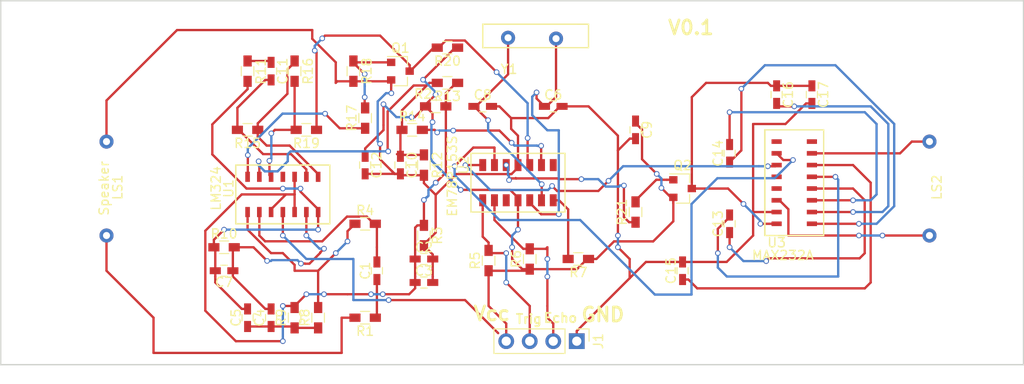
<source format=kicad_pcb>
(kicad_pcb (version 4) (host pcbnew 4.0.7)

  (general
    (links 91)
    (no_connects 0)
    (area 96.444999 79.6954 207.085001 125.397619)
    (thickness 1.6)
    (drawings 10)
    (tracks 588)
    (zones 0)
    (modules 51)
    (nets 46)
  )

  (page A4)
  (layers
    (0 F.Cu signal)
    (31 B.Cu signal)
    (32 B.Adhes user)
    (33 F.Adhes user)
    (34 B.Paste user)
    (35 F.Paste user)
    (36 B.SilkS user)
    (37 F.SilkS user)
    (38 B.Mask user)
    (39 F.Mask user)
    (40 Dwgs.User user)
    (41 Cmts.User user)
    (42 Eco1.User user)
    (43 Eco2.User user)
    (44 Edge.Cuts user)
    (45 Margin user)
    (46 B.CrtYd user)
    (47 F.CrtYd user)
    (48 B.Fab user)
    (49 F.Fab user)
  )

  (setup
    (last_trace_width 0.25)
    (trace_clearance 0.2)
    (zone_clearance 0.508)
    (zone_45_only no)
    (trace_min 0.2)
    (segment_width 0.2)
    (edge_width 0.15)
    (via_size 0.6)
    (via_drill 0.4)
    (via_min_size 0.4)
    (via_min_drill 0.3)
    (uvia_size 0.3)
    (uvia_drill 0.1)
    (uvias_allowed no)
    (uvia_min_size 0.2)
    (uvia_min_drill 0.1)
    (pcb_text_width 0.3)
    (pcb_text_size 1.5 1.5)
    (mod_edge_width 0.15)
    (mod_text_size 1 1)
    (mod_text_width 0.15)
    (pad_size 1.524 1.524)
    (pad_drill 0.762)
    (pad_to_mask_clearance 0.2)
    (aux_axis_origin 0 0)
    (visible_elements FFFFFF7F)
    (pcbplotparams
      (layerselection 0x010e0_80000001)
      (usegerberextensions false)
      (excludeedgelayer true)
      (linewidth 0.100000)
      (plotframeref false)
      (viasonmask false)
      (mode 1)
      (useauxorigin false)
      (hpglpennumber 1)
      (hpglpenspeed 20)
      (hpglpendiameter 15)
      (hpglpenoverlay 2)
      (psnegative false)
      (psa4output false)
      (plotreference true)
      (plotvalue true)
      (plotinvisibletext false)
      (padsonsilk false)
      (subtractmaskfromsilk false)
      (outputformat 1)
      (mirror false)
      (drillshape 0)
      (scaleselection 1)
      (outputdirectory ultrasonic_sensor_gerber/))
  )

  (net 0 "")
  (net 1 "Net-(C1-Pad1)")
  (net 2 "Net-(C1-Pad2)")
  (net 3 "Net-(C2-Pad1)")
  (net 4 GND)
  (net 5 "Net-(C4-Pad1)")
  (net 6 "Net-(C4-Pad2)")
  (net 7 "Net-(C5-Pad2)")
  (net 8 "Net-(C6-Pad1)")
  (net 9 "Net-(C8-Pad1)")
  (net 10 VCC)
  (net 11 "Net-(C10-Pad1)")
  (net 12 "Net-(C11-Pad1)")
  (net 13 "Net-(C11-Pad2)")
  (net 14 "Net-(C13-Pad1)")
  (net 15 "Net-(C13-Pad2)")
  (net 16 "Net-(C14-Pad1)")
  (net 17 "Net-(C14-Pad2)")
  (net 18 "Net-(C15-Pad1)")
  (net 19 "Net-(C16-Pad1)")
  (net 20 "Net-(C16-Pad2)")
  (net 21 /Echo)
  (net 22 /Trig)
  (net 23 "Net-(LS1-Pad1)")
  (net 24 "Net-(LS2-Pad1)")
  (net 25 "Net-(LS2-Pad2)")
  (net 26 "Net-(Q1-Pad1)")
  (net 27 "Net-(Q1-Pad3)")
  (net 28 "Net-(Q2-Pad1)")
  (net 29 "Net-(R4-Pad1)")
  (net 30 "Net-(R7-Pad2)")
  (net 31 "Net-(R14-Pad2)")
  (net 32 "Net-(R15-Pad1)")
  (net 33 "Net-(R16-Pad2)")
  (net 34 "Net-(R17-Pad1)")
  (net 35 "Net-(R21-Pad1)")
  (net 36 "Net-(U1-Pad4)")
  (net 37 "Net-(U1-Pad11)")
  (net 38 "Net-(U2-Pad3)")
  (net 39 "Net-(U2-Pad8)")
  (net 40 "Net-(U2-Pad13)")
  (net 41 "Net-(U2-Pad14)")
  (net 42 "Net-(U3-Pad8)")
  (net 43 "Net-(U3-Pad9)")
  (net 44 "Net-(U3-Pad12)")
  (net 45 "Net-(U3-Pad13)")

  (net_class Default "This is the default net class."
    (clearance 0.2)
    (trace_width 0.25)
    (via_dia 0.6)
    (via_drill 0.4)
    (uvia_dia 0.3)
    (uvia_drill 0.1)
    (add_net /Echo)
    (add_net /Trig)
    (add_net GND)
    (add_net "Net-(C1-Pad1)")
    (add_net "Net-(C1-Pad2)")
    (add_net "Net-(C10-Pad1)")
    (add_net "Net-(C11-Pad1)")
    (add_net "Net-(C11-Pad2)")
    (add_net "Net-(C13-Pad1)")
    (add_net "Net-(C13-Pad2)")
    (add_net "Net-(C14-Pad1)")
    (add_net "Net-(C14-Pad2)")
    (add_net "Net-(C15-Pad1)")
    (add_net "Net-(C16-Pad1)")
    (add_net "Net-(C16-Pad2)")
    (add_net "Net-(C2-Pad1)")
    (add_net "Net-(C4-Pad1)")
    (add_net "Net-(C4-Pad2)")
    (add_net "Net-(C5-Pad2)")
    (add_net "Net-(C6-Pad1)")
    (add_net "Net-(C8-Pad1)")
    (add_net "Net-(LS1-Pad1)")
    (add_net "Net-(LS2-Pad1)")
    (add_net "Net-(LS2-Pad2)")
    (add_net "Net-(Q1-Pad1)")
    (add_net "Net-(Q1-Pad3)")
    (add_net "Net-(Q2-Pad1)")
    (add_net "Net-(R14-Pad2)")
    (add_net "Net-(R15-Pad1)")
    (add_net "Net-(R16-Pad2)")
    (add_net "Net-(R17-Pad1)")
    (add_net "Net-(R21-Pad1)")
    (add_net "Net-(R4-Pad1)")
    (add_net "Net-(R7-Pad2)")
    (add_net "Net-(U1-Pad11)")
    (add_net "Net-(U1-Pad4)")
    (add_net "Net-(U2-Pad13)")
    (add_net "Net-(U2-Pad14)")
    (add_net "Net-(U2-Pad3)")
    (add_net "Net-(U2-Pad8)")
    (add_net "Net-(U3-Pad12)")
    (add_net "Net-(U3-Pad13)")
    (add_net "Net-(U3-Pad8)")
    (add_net "Net-(U3-Pad9)")
    (add_net VCC)
  )

  (module Socket_Strips:Socket_Strip_Straight_1x04_Pitch2.54mm (layer F.Cu) (tedit 58CD5446) (tstamp 59D6AE88)
    (at 158.75 120.65 270)
    (descr "Through hole straight socket strip, 1x04, 2.54mm pitch, single row")
    (tags "Through hole socket strip THT 1x04 2.54mm single row")
    (path /59CEC218)
    (fp_text reference J1 (at 0 -2.33 270) (layer F.SilkS)
      (effects (font (size 1 1) (thickness 0.15)))
    )
    (fp_text value Conn_01x04 (at 0 9.95 270) (layer F.Fab)
      (effects (font (size 1 1) (thickness 0.15)))
    )
    (fp_line (start -1.27 -1.27) (end -1.27 8.89) (layer F.Fab) (width 0.1))
    (fp_line (start -1.27 8.89) (end 1.27 8.89) (layer F.Fab) (width 0.1))
    (fp_line (start 1.27 8.89) (end 1.27 -1.27) (layer F.Fab) (width 0.1))
    (fp_line (start 1.27 -1.27) (end -1.27 -1.27) (layer F.Fab) (width 0.1))
    (fp_line (start -1.33 1.27) (end -1.33 8.95) (layer F.SilkS) (width 0.12))
    (fp_line (start -1.33 8.95) (end 1.33 8.95) (layer F.SilkS) (width 0.12))
    (fp_line (start 1.33 8.95) (end 1.33 1.27) (layer F.SilkS) (width 0.12))
    (fp_line (start 1.33 1.27) (end -1.33 1.27) (layer F.SilkS) (width 0.12))
    (fp_line (start -1.33 0) (end -1.33 -1.33) (layer F.SilkS) (width 0.12))
    (fp_line (start -1.33 -1.33) (end 0 -1.33) (layer F.SilkS) (width 0.12))
    (fp_line (start -1.8 -1.8) (end -1.8 9.4) (layer F.CrtYd) (width 0.05))
    (fp_line (start -1.8 9.4) (end 1.8 9.4) (layer F.CrtYd) (width 0.05))
    (fp_line (start 1.8 9.4) (end 1.8 -1.8) (layer F.CrtYd) (width 0.05))
    (fp_line (start 1.8 -1.8) (end -1.8 -1.8) (layer F.CrtYd) (width 0.05))
    (fp_text user %R (at 0 -2.33 270) (layer F.Fab)
      (effects (font (size 1 1) (thickness 0.15)))
    )
    (pad 1 thru_hole rect (at 0 0 270) (size 1.7 1.7) (drill 1) (layers *.Cu *.Mask)
      (net 4 GND))
    (pad 2 thru_hole oval (at 0 2.54 270) (size 1.7 1.7) (drill 1) (layers *.Cu *.Mask)
      (net 21 /Echo))
    (pad 3 thru_hole oval (at 0 5.08 270) (size 1.7 1.7) (drill 1) (layers *.Cu *.Mask)
      (net 22 /Trig))
    (pad 4 thru_hole oval (at 0 7.62 270) (size 1.7 1.7) (drill 1) (layers *.Cu *.Mask)
      (net 10 VCC))
    (model ${KISYS3DMOD}/Socket_Strips.3dshapes/Socket_Strip_Straight_1x04_Pitch2.54mm.wrl
      (at (xyz 0 -0.15 0))
      (scale (xyz 1 1 1))
      (rotate (xyz 0 0 270))
    )
  )

  (module Mounting_Holes:MountingHole_3mm (layer F.Cu) (tedit 59E681B2) (tstamp 59DFD07D)
    (at 107.95 87.63)
    (descr "Mounting Hole 3mm, no annular")
    (tags "mounting hole 3mm no annular")
    (attr virtual)
    (fp_text reference REF** (at 0 -4) (layer F.SilkS) hide
      (effects (font (size 1 1) (thickness 0.15)))
    )
    (fp_text value MountingHole_3mm (at 0 4) (layer F.Fab)
      (effects (font (size 1 1) (thickness 0.15)))
    )
    (fp_text user %R (at 0.3 0) (layer F.Fab)
      (effects (font (size 1 1) (thickness 0.15)))
    )
    (fp_circle (center 0 0) (end 3 0) (layer Cmts.User) (width 0.15))
    (fp_circle (center 0 0) (end 3.25 0) (layer F.CrtYd) (width 0.05))
    (pad 1 np_thru_hole circle (at 0 0) (size 3 3) (drill 3) (layers *.Cu *.Mask))
  )

  (module Capacitors_SMD:C_0603_HandSoldering (layer F.Cu) (tedit 58AA848B) (tstamp 59D6AE20)
    (at 137.16 113.03 90)
    (descr "Capacitor SMD 0603, hand soldering")
    (tags "capacitor 0603")
    (path /59D41B18)
    (attr smd)
    (fp_text reference C1 (at 0 -1.25 90) (layer F.SilkS)
      (effects (font (size 1 1) (thickness 0.15)))
    )
    (fp_text value 10n (at 0 1.5 90) (layer F.Fab)
      (effects (font (size 1 1) (thickness 0.15)))
    )
    (fp_text user %R (at 0 -1.25 90) (layer F.Fab)
      (effects (font (size 1 1) (thickness 0.15)))
    )
    (fp_line (start -0.8 0.4) (end -0.8 -0.4) (layer F.Fab) (width 0.1))
    (fp_line (start 0.8 0.4) (end -0.8 0.4) (layer F.Fab) (width 0.1))
    (fp_line (start 0.8 -0.4) (end 0.8 0.4) (layer F.Fab) (width 0.1))
    (fp_line (start -0.8 -0.4) (end 0.8 -0.4) (layer F.Fab) (width 0.1))
    (fp_line (start -0.35 -0.6) (end 0.35 -0.6) (layer F.SilkS) (width 0.12))
    (fp_line (start 0.35 0.6) (end -0.35 0.6) (layer F.SilkS) (width 0.12))
    (fp_line (start -1.8 -0.65) (end 1.8 -0.65) (layer F.CrtYd) (width 0.05))
    (fp_line (start -1.8 -0.65) (end -1.8 0.65) (layer F.CrtYd) (width 0.05))
    (fp_line (start 1.8 0.65) (end 1.8 -0.65) (layer F.CrtYd) (width 0.05))
    (fp_line (start 1.8 0.65) (end -1.8 0.65) (layer F.CrtYd) (width 0.05))
    (pad 1 smd rect (at -0.95 0 90) (size 1.2 0.75) (layers F.Cu F.Paste F.Mask)
      (net 1 "Net-(C1-Pad1)"))
    (pad 2 smd rect (at 0.95 0 90) (size 1.2 0.75) (layers F.Cu F.Paste F.Mask)
      (net 2 "Net-(C1-Pad2)"))
    (model Capacitors_SMD.3dshapes/C_0603.wrl
      (at (xyz 0 0 0))
      (scale (xyz 1 1 1))
      (rotate (xyz 0 0 0))
    )
  )

  (module Capacitors_SMD:C_0603_HandSoldering (layer F.Cu) (tedit 58AA848B) (tstamp 59D6AE26)
    (at 142.24 111.76)
    (descr "Capacitor SMD 0603, hand soldering")
    (tags "capacitor 0603")
    (path /59D4435F)
    (attr smd)
    (fp_text reference C2 (at 0 -1.25) (layer F.SilkS)
      (effects (font (size 1 1) (thickness 0.15)))
    )
    (fp_text value 1u2 (at 0 1.5) (layer F.Fab)
      (effects (font (size 1 1) (thickness 0.15)))
    )
    (fp_text user %R (at 0 -1.25) (layer F.Fab)
      (effects (font (size 1 1) (thickness 0.15)))
    )
    (fp_line (start -0.8 0.4) (end -0.8 -0.4) (layer F.Fab) (width 0.1))
    (fp_line (start 0.8 0.4) (end -0.8 0.4) (layer F.Fab) (width 0.1))
    (fp_line (start 0.8 -0.4) (end 0.8 0.4) (layer F.Fab) (width 0.1))
    (fp_line (start -0.8 -0.4) (end 0.8 -0.4) (layer F.Fab) (width 0.1))
    (fp_line (start -0.35 -0.6) (end 0.35 -0.6) (layer F.SilkS) (width 0.12))
    (fp_line (start 0.35 0.6) (end -0.35 0.6) (layer F.SilkS) (width 0.12))
    (fp_line (start -1.8 -0.65) (end 1.8 -0.65) (layer F.CrtYd) (width 0.05))
    (fp_line (start -1.8 -0.65) (end -1.8 0.65) (layer F.CrtYd) (width 0.05))
    (fp_line (start 1.8 0.65) (end 1.8 -0.65) (layer F.CrtYd) (width 0.05))
    (fp_line (start 1.8 0.65) (end -1.8 0.65) (layer F.CrtYd) (width 0.05))
    (pad 1 smd rect (at -0.95 0) (size 1.2 0.75) (layers F.Cu F.Paste F.Mask)
      (net 3 "Net-(C2-Pad1)"))
    (pad 2 smd rect (at 0.95 0) (size 1.2 0.75) (layers F.Cu F.Paste F.Mask)
      (net 4 GND))
    (model Capacitors_SMD.3dshapes/C_0603.wrl
      (at (xyz 0 0 0))
      (scale (xyz 1 1 1))
      (rotate (xyz 0 0 0))
    )
  )

  (module Capacitors_SMD:C_0603_HandSoldering (layer F.Cu) (tedit 58AA848B) (tstamp 59D6AE2C)
    (at 142.24 114.3)
    (descr "Capacitor SMD 0603, hand soldering")
    (tags "capacitor 0603")
    (path /59D4441E)
    (attr smd)
    (fp_text reference C3 (at 0 -1.25) (layer F.SilkS)
      (effects (font (size 1 1) (thickness 0.15)))
    )
    (fp_text value 150n (at 0 1.5) (layer F.Fab)
      (effects (font (size 1 1) (thickness 0.15)))
    )
    (fp_text user %R (at 0 -1.25) (layer F.Fab)
      (effects (font (size 1 1) (thickness 0.15)))
    )
    (fp_line (start -0.8 0.4) (end -0.8 -0.4) (layer F.Fab) (width 0.1))
    (fp_line (start 0.8 0.4) (end -0.8 0.4) (layer F.Fab) (width 0.1))
    (fp_line (start 0.8 -0.4) (end 0.8 0.4) (layer F.Fab) (width 0.1))
    (fp_line (start -0.8 -0.4) (end 0.8 -0.4) (layer F.Fab) (width 0.1))
    (fp_line (start -0.35 -0.6) (end 0.35 -0.6) (layer F.SilkS) (width 0.12))
    (fp_line (start 0.35 0.6) (end -0.35 0.6) (layer F.SilkS) (width 0.12))
    (fp_line (start -1.8 -0.65) (end 1.8 -0.65) (layer F.CrtYd) (width 0.05))
    (fp_line (start -1.8 -0.65) (end -1.8 0.65) (layer F.CrtYd) (width 0.05))
    (fp_line (start 1.8 0.65) (end 1.8 -0.65) (layer F.CrtYd) (width 0.05))
    (fp_line (start 1.8 0.65) (end -1.8 0.65) (layer F.CrtYd) (width 0.05))
    (pad 1 smd rect (at -0.95 0) (size 1.2 0.75) (layers F.Cu F.Paste F.Mask)
      (net 3 "Net-(C2-Pad1)"))
    (pad 2 smd rect (at 0.95 0) (size 1.2 0.75) (layers F.Cu F.Paste F.Mask)
      (net 4 GND))
    (model Capacitors_SMD.3dshapes/C_0603.wrl
      (at (xyz 0 0 0))
      (scale (xyz 1 1 1))
      (rotate (xyz 0 0 0))
    )
  )

  (module Capacitors_SMD:C_0603_HandSoldering (layer F.Cu) (tedit 58AA848B) (tstamp 59D6AE32)
    (at 125.73 118.11 90)
    (descr "Capacitor SMD 0603, hand soldering")
    (tags "capacitor 0603")
    (path /59D40E12)
    (attr smd)
    (fp_text reference C4 (at 0 -1.25 90) (layer F.SilkS)
      (effects (font (size 1 1) (thickness 0.15)))
    )
    (fp_text value 1n (at 0 1.5 90) (layer F.Fab)
      (effects (font (size 1 1) (thickness 0.15)))
    )
    (fp_text user %R (at 0 -1.25 90) (layer F.Fab)
      (effects (font (size 1 1) (thickness 0.15)))
    )
    (fp_line (start -0.8 0.4) (end -0.8 -0.4) (layer F.Fab) (width 0.1))
    (fp_line (start 0.8 0.4) (end -0.8 0.4) (layer F.Fab) (width 0.1))
    (fp_line (start 0.8 -0.4) (end 0.8 0.4) (layer F.Fab) (width 0.1))
    (fp_line (start -0.8 -0.4) (end 0.8 -0.4) (layer F.Fab) (width 0.1))
    (fp_line (start -0.35 -0.6) (end 0.35 -0.6) (layer F.SilkS) (width 0.12))
    (fp_line (start 0.35 0.6) (end -0.35 0.6) (layer F.SilkS) (width 0.12))
    (fp_line (start -1.8 -0.65) (end 1.8 -0.65) (layer F.CrtYd) (width 0.05))
    (fp_line (start -1.8 -0.65) (end -1.8 0.65) (layer F.CrtYd) (width 0.05))
    (fp_line (start 1.8 0.65) (end 1.8 -0.65) (layer F.CrtYd) (width 0.05))
    (fp_line (start 1.8 0.65) (end -1.8 0.65) (layer F.CrtYd) (width 0.05))
    (pad 1 smd rect (at -0.95 0 90) (size 1.2 0.75) (layers F.Cu F.Paste F.Mask)
      (net 5 "Net-(C4-Pad1)"))
    (pad 2 smd rect (at 0.95 0 90) (size 1.2 0.75) (layers F.Cu F.Paste F.Mask)
      (net 6 "Net-(C4-Pad2)"))
    (model Capacitors_SMD.3dshapes/C_0603.wrl
      (at (xyz 0 0 0))
      (scale (xyz 1 1 1))
      (rotate (xyz 0 0 0))
    )
  )

  (module Capacitors_SMD:C_0603_HandSoldering (layer F.Cu) (tedit 58AA848B) (tstamp 59D6AE38)
    (at 123.19 118.11 90)
    (descr "Capacitor SMD 0603, hand soldering")
    (tags "capacitor 0603")
    (path /59D400EF)
    (attr smd)
    (fp_text reference C5 (at 0 -1.25 90) (layer F.SilkS)
      (effects (font (size 1 1) (thickness 0.15)))
    )
    (fp_text value 1n (at 0 1.5 90) (layer F.Fab)
      (effects (font (size 1 1) (thickness 0.15)))
    )
    (fp_text user %R (at 0 -1.25 90) (layer F.Fab)
      (effects (font (size 1 1) (thickness 0.15)))
    )
    (fp_line (start -0.8 0.4) (end -0.8 -0.4) (layer F.Fab) (width 0.1))
    (fp_line (start 0.8 0.4) (end -0.8 0.4) (layer F.Fab) (width 0.1))
    (fp_line (start 0.8 -0.4) (end 0.8 0.4) (layer F.Fab) (width 0.1))
    (fp_line (start -0.8 -0.4) (end 0.8 -0.4) (layer F.Fab) (width 0.1))
    (fp_line (start -0.35 -0.6) (end 0.35 -0.6) (layer F.SilkS) (width 0.12))
    (fp_line (start 0.35 0.6) (end -0.35 0.6) (layer F.SilkS) (width 0.12))
    (fp_line (start -1.8 -0.65) (end 1.8 -0.65) (layer F.CrtYd) (width 0.05))
    (fp_line (start -1.8 -0.65) (end -1.8 0.65) (layer F.CrtYd) (width 0.05))
    (fp_line (start 1.8 0.65) (end 1.8 -0.65) (layer F.CrtYd) (width 0.05))
    (fp_line (start 1.8 0.65) (end -1.8 0.65) (layer F.CrtYd) (width 0.05))
    (pad 1 smd rect (at -0.95 0 90) (size 1.2 0.75) (layers F.Cu F.Paste F.Mask)
      (net 5 "Net-(C4-Pad1)"))
    (pad 2 smd rect (at 0.95 0 90) (size 1.2 0.75) (layers F.Cu F.Paste F.Mask)
      (net 7 "Net-(C5-Pad2)"))
    (model Capacitors_SMD.3dshapes/C_0603.wrl
      (at (xyz 0 0 0))
      (scale (xyz 1 1 1))
      (rotate (xyz 0 0 0))
    )
  )

  (module Capacitors_SMD:C_0603_HandSoldering (layer F.Cu) (tedit 58AA848B) (tstamp 59D6AE3E)
    (at 156.21 95.25)
    (descr "Capacitor SMD 0603, hand soldering")
    (tags "capacitor 0603")
    (path /59CEDCCC)
    (attr smd)
    (fp_text reference C6 (at 0 -1.25) (layer F.SilkS)
      (effects (font (size 1 1) (thickness 0.15)))
    )
    (fp_text value CP1_Small (at 0 1.5) (layer F.Fab)
      (effects (font (size 1 1) (thickness 0.15)))
    )
    (fp_text user %R (at 0 -1.25) (layer F.Fab)
      (effects (font (size 1 1) (thickness 0.15)))
    )
    (fp_line (start -0.8 0.4) (end -0.8 -0.4) (layer F.Fab) (width 0.1))
    (fp_line (start 0.8 0.4) (end -0.8 0.4) (layer F.Fab) (width 0.1))
    (fp_line (start 0.8 -0.4) (end 0.8 0.4) (layer F.Fab) (width 0.1))
    (fp_line (start -0.8 -0.4) (end 0.8 -0.4) (layer F.Fab) (width 0.1))
    (fp_line (start -0.35 -0.6) (end 0.35 -0.6) (layer F.SilkS) (width 0.12))
    (fp_line (start 0.35 0.6) (end -0.35 0.6) (layer F.SilkS) (width 0.12))
    (fp_line (start -1.8 -0.65) (end 1.8 -0.65) (layer F.CrtYd) (width 0.05))
    (fp_line (start -1.8 -0.65) (end -1.8 0.65) (layer F.CrtYd) (width 0.05))
    (fp_line (start 1.8 0.65) (end 1.8 -0.65) (layer F.CrtYd) (width 0.05))
    (fp_line (start 1.8 0.65) (end -1.8 0.65) (layer F.CrtYd) (width 0.05))
    (pad 1 smd rect (at -0.95 0) (size 1.2 0.75) (layers F.Cu F.Paste F.Mask)
      (net 8 "Net-(C6-Pad1)"))
    (pad 2 smd rect (at 0.95 0) (size 1.2 0.75) (layers F.Cu F.Paste F.Mask)
      (net 4 GND))
    (model Capacitors_SMD.3dshapes/C_0603.wrl
      (at (xyz 0 0 0))
      (scale (xyz 1 1 1))
      (rotate (xyz 0 0 0))
    )
  )

  (module Capacitors_SMD:C_0603_HandSoldering (layer F.Cu) (tedit 58AA848B) (tstamp 59D6AE44)
    (at 120.65 113.03 180)
    (descr "Capacitor SMD 0603, hand soldering")
    (tags "capacitor 0603")
    (path /59D3FFF9)
    (attr smd)
    (fp_text reference C7 (at 0 -1.25 180) (layer F.SilkS)
      (effects (font (size 1 1) (thickness 0.15)))
    )
    (fp_text value 12p (at 0 1.5 180) (layer F.Fab)
      (effects (font (size 1 1) (thickness 0.15)))
    )
    (fp_text user %R (at 0 -1.25 180) (layer F.Fab)
      (effects (font (size 1 1) (thickness 0.15)))
    )
    (fp_line (start -0.8 0.4) (end -0.8 -0.4) (layer F.Fab) (width 0.1))
    (fp_line (start 0.8 0.4) (end -0.8 0.4) (layer F.Fab) (width 0.1))
    (fp_line (start 0.8 -0.4) (end 0.8 0.4) (layer F.Fab) (width 0.1))
    (fp_line (start -0.8 -0.4) (end 0.8 -0.4) (layer F.Fab) (width 0.1))
    (fp_line (start -0.35 -0.6) (end 0.35 -0.6) (layer F.SilkS) (width 0.12))
    (fp_line (start 0.35 0.6) (end -0.35 0.6) (layer F.SilkS) (width 0.12))
    (fp_line (start -1.8 -0.65) (end 1.8 -0.65) (layer F.CrtYd) (width 0.05))
    (fp_line (start -1.8 -0.65) (end -1.8 0.65) (layer F.CrtYd) (width 0.05))
    (fp_line (start 1.8 0.65) (end 1.8 -0.65) (layer F.CrtYd) (width 0.05))
    (fp_line (start 1.8 0.65) (end -1.8 0.65) (layer F.CrtYd) (width 0.05))
    (pad 1 smd rect (at -0.95 0 180) (size 1.2 0.75) (layers F.Cu F.Paste F.Mask)
      (net 6 "Net-(C4-Pad2)"))
    (pad 2 smd rect (at 0.95 0 180) (size 1.2 0.75) (layers F.Cu F.Paste F.Mask)
      (net 7 "Net-(C5-Pad2)"))
    (model Capacitors_SMD.3dshapes/C_0603.wrl
      (at (xyz 0 0 0))
      (scale (xyz 1 1 1))
      (rotate (xyz 0 0 0))
    )
  )

  (module Capacitors_SMD:C_0603_HandSoldering (layer F.Cu) (tedit 58AA848B) (tstamp 59D6AE4A)
    (at 148.59 95.25)
    (descr "Capacitor SMD 0603, hand soldering")
    (tags "capacitor 0603")
    (path /59CEDDB6)
    (attr smd)
    (fp_text reference C8 (at 0 -1.25) (layer F.SilkS)
      (effects (font (size 1 1) (thickness 0.15)))
    )
    (fp_text value CP1_Small (at 0 1.5) (layer F.Fab)
      (effects (font (size 1 1) (thickness 0.15)))
    )
    (fp_text user %R (at 0 -1.25) (layer F.Fab)
      (effects (font (size 1 1) (thickness 0.15)))
    )
    (fp_line (start -0.8 0.4) (end -0.8 -0.4) (layer F.Fab) (width 0.1))
    (fp_line (start 0.8 0.4) (end -0.8 0.4) (layer F.Fab) (width 0.1))
    (fp_line (start 0.8 -0.4) (end 0.8 0.4) (layer F.Fab) (width 0.1))
    (fp_line (start -0.8 -0.4) (end 0.8 -0.4) (layer F.Fab) (width 0.1))
    (fp_line (start -0.35 -0.6) (end 0.35 -0.6) (layer F.SilkS) (width 0.12))
    (fp_line (start 0.35 0.6) (end -0.35 0.6) (layer F.SilkS) (width 0.12))
    (fp_line (start -1.8 -0.65) (end 1.8 -0.65) (layer F.CrtYd) (width 0.05))
    (fp_line (start -1.8 -0.65) (end -1.8 0.65) (layer F.CrtYd) (width 0.05))
    (fp_line (start 1.8 0.65) (end 1.8 -0.65) (layer F.CrtYd) (width 0.05))
    (fp_line (start 1.8 0.65) (end -1.8 0.65) (layer F.CrtYd) (width 0.05))
    (pad 1 smd rect (at -0.95 0) (size 1.2 0.75) (layers F.Cu F.Paste F.Mask)
      (net 9 "Net-(C8-Pad1)"))
    (pad 2 smd rect (at 0.95 0) (size 1.2 0.75) (layers F.Cu F.Paste F.Mask)
      (net 4 GND))
    (model Capacitors_SMD.3dshapes/C_0603.wrl
      (at (xyz 0 0 0))
      (scale (xyz 1 1 1))
      (rotate (xyz 0 0 0))
    )
  )

  (module Capacitors_SMD:C_0603_HandSoldering (layer F.Cu) (tedit 58AA848B) (tstamp 59D6AE50)
    (at 165.1 97.79 270)
    (descr "Capacitor SMD 0603, hand soldering")
    (tags "capacitor 0603")
    (path /59CEDE40)
    (attr smd)
    (fp_text reference C9 (at 0 -1.25 270) (layer F.SilkS)
      (effects (font (size 1 1) (thickness 0.15)))
    )
    (fp_text value CP1_Small (at 0 1.5 270) (layer F.Fab)
      (effects (font (size 1 1) (thickness 0.15)))
    )
    (fp_text user %R (at 0 -1.25 270) (layer F.Fab)
      (effects (font (size 1 1) (thickness 0.15)))
    )
    (fp_line (start -0.8 0.4) (end -0.8 -0.4) (layer F.Fab) (width 0.1))
    (fp_line (start 0.8 0.4) (end -0.8 0.4) (layer F.Fab) (width 0.1))
    (fp_line (start 0.8 -0.4) (end 0.8 0.4) (layer F.Fab) (width 0.1))
    (fp_line (start -0.8 -0.4) (end 0.8 -0.4) (layer F.Fab) (width 0.1))
    (fp_line (start -0.35 -0.6) (end 0.35 -0.6) (layer F.SilkS) (width 0.12))
    (fp_line (start 0.35 0.6) (end -0.35 0.6) (layer F.SilkS) (width 0.12))
    (fp_line (start -1.8 -0.65) (end 1.8 -0.65) (layer F.CrtYd) (width 0.05))
    (fp_line (start -1.8 -0.65) (end -1.8 0.65) (layer F.CrtYd) (width 0.05))
    (fp_line (start 1.8 0.65) (end 1.8 -0.65) (layer F.CrtYd) (width 0.05))
    (fp_line (start 1.8 0.65) (end -1.8 0.65) (layer F.CrtYd) (width 0.05))
    (pad 1 smd rect (at -0.95 0 270) (size 1.2 0.75) (layers F.Cu F.Paste F.Mask)
      (net 10 VCC))
    (pad 2 smd rect (at 0.95 0 270) (size 1.2 0.75) (layers F.Cu F.Paste F.Mask)
      (net 4 GND))
    (model Capacitors_SMD.3dshapes/C_0603.wrl
      (at (xyz 0 0 0))
      (scale (xyz 1 1 1))
      (rotate (xyz 0 0 0))
    )
  )

  (module Capacitors_SMD:C_0603_HandSoldering (layer F.Cu) (tedit 58AA848B) (tstamp 59D6AE56)
    (at 139.7 101.6 270)
    (descr "Capacitor SMD 0603, hand soldering")
    (tags "capacitor 0603")
    (path /59CF046B)
    (attr smd)
    (fp_text reference C10 (at 0 -1.25 270) (layer F.SilkS)
      (effects (font (size 1 1) (thickness 0.15)))
    )
    (fp_text value CP1_Small (at 0 1.5 270) (layer F.Fab)
      (effects (font (size 1 1) (thickness 0.15)))
    )
    (fp_text user %R (at 0 -1.25 270) (layer F.Fab)
      (effects (font (size 1 1) (thickness 0.15)))
    )
    (fp_line (start -0.8 0.4) (end -0.8 -0.4) (layer F.Fab) (width 0.1))
    (fp_line (start 0.8 0.4) (end -0.8 0.4) (layer F.Fab) (width 0.1))
    (fp_line (start 0.8 -0.4) (end 0.8 0.4) (layer F.Fab) (width 0.1))
    (fp_line (start -0.8 -0.4) (end 0.8 -0.4) (layer F.Fab) (width 0.1))
    (fp_line (start -0.35 -0.6) (end 0.35 -0.6) (layer F.SilkS) (width 0.12))
    (fp_line (start 0.35 0.6) (end -0.35 0.6) (layer F.SilkS) (width 0.12))
    (fp_line (start -1.8 -0.65) (end 1.8 -0.65) (layer F.CrtYd) (width 0.05))
    (fp_line (start -1.8 -0.65) (end -1.8 0.65) (layer F.CrtYd) (width 0.05))
    (fp_line (start 1.8 0.65) (end 1.8 -0.65) (layer F.CrtYd) (width 0.05))
    (fp_line (start 1.8 0.65) (end -1.8 0.65) (layer F.CrtYd) (width 0.05))
    (pad 1 smd rect (at -0.95 0 270) (size 1.2 0.75) (layers F.Cu F.Paste F.Mask)
      (net 11 "Net-(C10-Pad1)"))
    (pad 2 smd rect (at 0.95 0 270) (size 1.2 0.75) (layers F.Cu F.Paste F.Mask)
      (net 4 GND))
    (model Capacitors_SMD.3dshapes/C_0603.wrl
      (at (xyz 0 0 0))
      (scale (xyz 1 1 1))
      (rotate (xyz 0 0 0))
    )
  )

  (module Capacitors_SMD:C_0603_HandSoldering (layer F.Cu) (tedit 58AA848B) (tstamp 59D6AE5C)
    (at 125.73 91.44 270)
    (descr "Capacitor SMD 0603, hand soldering")
    (tags "capacitor 0603")
    (path /59D3F7B3)
    (attr smd)
    (fp_text reference C11 (at 0 -1.25 270) (layer F.SilkS)
      (effects (font (size 1 1) (thickness 0.15)))
    )
    (fp_text value 10n (at 0 1.5 270) (layer F.Fab)
      (effects (font (size 1 1) (thickness 0.15)))
    )
    (fp_text user %R (at 0 -1.25 270) (layer F.Fab)
      (effects (font (size 1 1) (thickness 0.15)))
    )
    (fp_line (start -0.8 0.4) (end -0.8 -0.4) (layer F.Fab) (width 0.1))
    (fp_line (start 0.8 0.4) (end -0.8 0.4) (layer F.Fab) (width 0.1))
    (fp_line (start 0.8 -0.4) (end 0.8 0.4) (layer F.Fab) (width 0.1))
    (fp_line (start -0.8 -0.4) (end 0.8 -0.4) (layer F.Fab) (width 0.1))
    (fp_line (start -0.35 -0.6) (end 0.35 -0.6) (layer F.SilkS) (width 0.12))
    (fp_line (start 0.35 0.6) (end -0.35 0.6) (layer F.SilkS) (width 0.12))
    (fp_line (start -1.8 -0.65) (end 1.8 -0.65) (layer F.CrtYd) (width 0.05))
    (fp_line (start -1.8 -0.65) (end -1.8 0.65) (layer F.CrtYd) (width 0.05))
    (fp_line (start 1.8 0.65) (end 1.8 -0.65) (layer F.CrtYd) (width 0.05))
    (fp_line (start 1.8 0.65) (end -1.8 0.65) (layer F.CrtYd) (width 0.05))
    (pad 1 smd rect (at -0.95 0 270) (size 1.2 0.75) (layers F.Cu F.Paste F.Mask)
      (net 12 "Net-(C11-Pad1)"))
    (pad 2 smd rect (at 0.95 0 270) (size 1.2 0.75) (layers F.Cu F.Paste F.Mask)
      (net 13 "Net-(C11-Pad2)"))
    (model Capacitors_SMD.3dshapes/C_0603.wrl
      (at (xyz 0 0 0))
      (scale (xyz 1 1 1))
      (rotate (xyz 0 0 0))
    )
  )

  (module Capacitors_SMD:C_0603_HandSoldering (layer F.Cu) (tedit 58AA848B) (tstamp 59D6AE62)
    (at 135.89 101.6 270)
    (descr "Capacitor SMD 0603, hand soldering")
    (tags "capacitor 0603")
    (path /59D44F06)
    (attr smd)
    (fp_text reference C12 (at 0 -1.25 270) (layer F.SilkS)
      (effects (font (size 1 1) (thickness 0.15)))
    )
    (fp_text value 1u2 (at 0 1.5 270) (layer F.Fab)
      (effects (font (size 1 1) (thickness 0.15)))
    )
    (fp_text user %R (at 0 -1.25 270) (layer F.Fab)
      (effects (font (size 1 1) (thickness 0.15)))
    )
    (fp_line (start -0.8 0.4) (end -0.8 -0.4) (layer F.Fab) (width 0.1))
    (fp_line (start 0.8 0.4) (end -0.8 0.4) (layer F.Fab) (width 0.1))
    (fp_line (start 0.8 -0.4) (end 0.8 0.4) (layer F.Fab) (width 0.1))
    (fp_line (start -0.8 -0.4) (end 0.8 -0.4) (layer F.Fab) (width 0.1))
    (fp_line (start -0.35 -0.6) (end 0.35 -0.6) (layer F.SilkS) (width 0.12))
    (fp_line (start 0.35 0.6) (end -0.35 0.6) (layer F.SilkS) (width 0.12))
    (fp_line (start -1.8 -0.65) (end 1.8 -0.65) (layer F.CrtYd) (width 0.05))
    (fp_line (start -1.8 -0.65) (end -1.8 0.65) (layer F.CrtYd) (width 0.05))
    (fp_line (start 1.8 0.65) (end 1.8 -0.65) (layer F.CrtYd) (width 0.05))
    (fp_line (start 1.8 0.65) (end -1.8 0.65) (layer F.CrtYd) (width 0.05))
    (pad 1 smd rect (at -0.95 0 270) (size 1.2 0.75) (layers F.Cu F.Paste F.Mask)
      (net 10 VCC))
    (pad 2 smd rect (at 0.95 0 270) (size 1.2 0.75) (layers F.Cu F.Paste F.Mask)
      (net 4 GND))
    (model Capacitors_SMD.3dshapes/C_0603.wrl
      (at (xyz 0 0 0))
      (scale (xyz 1 1 1))
      (rotate (xyz 0 0 0))
    )
  )

  (module Capacitors_SMD:C_0603_HandSoldering (layer F.Cu) (tedit 58AA848B) (tstamp 59D6AE68)
    (at 175.26 107.95 90)
    (descr "Capacitor SMD 0603, hand soldering")
    (tags "capacitor 0603")
    (path /59CEB005)
    (attr smd)
    (fp_text reference C13 (at 0 -1.25 90) (layer F.SilkS)
      (effects (font (size 1 1) (thickness 0.15)))
    )
    (fp_text value 150n (at 0 1.5 90) (layer F.Fab)
      (effects (font (size 1 1) (thickness 0.15)))
    )
    (fp_text user %R (at 0 -1.25 90) (layer F.Fab)
      (effects (font (size 1 1) (thickness 0.15)))
    )
    (fp_line (start -0.8 0.4) (end -0.8 -0.4) (layer F.Fab) (width 0.1))
    (fp_line (start 0.8 0.4) (end -0.8 0.4) (layer F.Fab) (width 0.1))
    (fp_line (start 0.8 -0.4) (end 0.8 0.4) (layer F.Fab) (width 0.1))
    (fp_line (start -0.8 -0.4) (end 0.8 -0.4) (layer F.Fab) (width 0.1))
    (fp_line (start -0.35 -0.6) (end 0.35 -0.6) (layer F.SilkS) (width 0.12))
    (fp_line (start 0.35 0.6) (end -0.35 0.6) (layer F.SilkS) (width 0.12))
    (fp_line (start -1.8 -0.65) (end 1.8 -0.65) (layer F.CrtYd) (width 0.05))
    (fp_line (start -1.8 -0.65) (end -1.8 0.65) (layer F.CrtYd) (width 0.05))
    (fp_line (start 1.8 0.65) (end 1.8 -0.65) (layer F.CrtYd) (width 0.05))
    (fp_line (start 1.8 0.65) (end -1.8 0.65) (layer F.CrtYd) (width 0.05))
    (pad 1 smd rect (at -0.95 0 90) (size 1.2 0.75) (layers F.Cu F.Paste F.Mask)
      (net 14 "Net-(C13-Pad1)"))
    (pad 2 smd rect (at 0.95 0 90) (size 1.2 0.75) (layers F.Cu F.Paste F.Mask)
      (net 15 "Net-(C13-Pad2)"))
    (model Capacitors_SMD.3dshapes/C_0603.wrl
      (at (xyz 0 0 0))
      (scale (xyz 1 1 1))
      (rotate (xyz 0 0 0))
    )
  )

  (module Capacitors_SMD:C_0603_HandSoldering (layer F.Cu) (tedit 58AA848B) (tstamp 59D6AE6E)
    (at 175.26 100.33 90)
    (descr "Capacitor SMD 0603, hand soldering")
    (tags "capacitor 0603")
    (path /59CEAFB9)
    (attr smd)
    (fp_text reference C14 (at 0 -1.25 90) (layer F.SilkS)
      (effects (font (size 1 1) (thickness 0.15)))
    )
    (fp_text value 150n (at 0 1.5 90) (layer F.Fab)
      (effects (font (size 1 1) (thickness 0.15)))
    )
    (fp_text user %R (at 0 -1.25 90) (layer F.Fab)
      (effects (font (size 1 1) (thickness 0.15)))
    )
    (fp_line (start -0.8 0.4) (end -0.8 -0.4) (layer F.Fab) (width 0.1))
    (fp_line (start 0.8 0.4) (end -0.8 0.4) (layer F.Fab) (width 0.1))
    (fp_line (start 0.8 -0.4) (end 0.8 0.4) (layer F.Fab) (width 0.1))
    (fp_line (start -0.8 -0.4) (end 0.8 -0.4) (layer F.Fab) (width 0.1))
    (fp_line (start -0.35 -0.6) (end 0.35 -0.6) (layer F.SilkS) (width 0.12))
    (fp_line (start 0.35 0.6) (end -0.35 0.6) (layer F.SilkS) (width 0.12))
    (fp_line (start -1.8 -0.65) (end 1.8 -0.65) (layer F.CrtYd) (width 0.05))
    (fp_line (start -1.8 -0.65) (end -1.8 0.65) (layer F.CrtYd) (width 0.05))
    (fp_line (start 1.8 0.65) (end 1.8 -0.65) (layer F.CrtYd) (width 0.05))
    (fp_line (start 1.8 0.65) (end -1.8 0.65) (layer F.CrtYd) (width 0.05))
    (pad 1 smd rect (at -0.95 0 90) (size 1.2 0.75) (layers F.Cu F.Paste F.Mask)
      (net 16 "Net-(C14-Pad1)"))
    (pad 2 smd rect (at 0.95 0 90) (size 1.2 0.75) (layers F.Cu F.Paste F.Mask)
      (net 17 "Net-(C14-Pad2)"))
    (model Capacitors_SMD.3dshapes/C_0603.wrl
      (at (xyz 0 0 0))
      (scale (xyz 1 1 1))
      (rotate (xyz 0 0 0))
    )
  )

  (module Capacitors_SMD:C_0603_HandSoldering (layer F.Cu) (tedit 59E68163) (tstamp 59D6AE74)
    (at 170.18 113.03 90)
    (descr "Capacitor SMD 0603, hand soldering")
    (tags "capacitor 0603")
    (path /59CEAE20)
    (attr smd)
    (fp_text reference C15 (at 0 -1.25 90) (layer F.SilkS) hide
      (effects (font (size 1 1) (thickness 0.15)))
    )
    (fp_text value 150n (at 0 1.5 90) (layer F.Fab)
      (effects (font (size 1 1) (thickness 0.15)))
    )
    (fp_text user %R (at 0 -1.25 90) (layer F.SilkS)
      (effects (font (size 1 1) (thickness 0.15)))
    )
    (fp_line (start -0.8 0.4) (end -0.8 -0.4) (layer F.Fab) (width 0.1))
    (fp_line (start 0.8 0.4) (end -0.8 0.4) (layer F.Fab) (width 0.1))
    (fp_line (start 0.8 -0.4) (end 0.8 0.4) (layer F.Fab) (width 0.1))
    (fp_line (start -0.8 -0.4) (end 0.8 -0.4) (layer F.Fab) (width 0.1))
    (fp_line (start -0.35 -0.6) (end 0.35 -0.6) (layer F.SilkS) (width 0.12))
    (fp_line (start 0.35 0.6) (end -0.35 0.6) (layer F.SilkS) (width 0.12))
    (fp_line (start -1.8 -0.65) (end 1.8 -0.65) (layer F.CrtYd) (width 0.05))
    (fp_line (start -1.8 -0.65) (end -1.8 0.65) (layer F.CrtYd) (width 0.05))
    (fp_line (start 1.8 0.65) (end 1.8 -0.65) (layer F.CrtYd) (width 0.05))
    (fp_line (start 1.8 0.65) (end -1.8 0.65) (layer F.CrtYd) (width 0.05))
    (pad 1 smd rect (at -0.95 0 90) (size 1.2 0.75) (layers F.Cu F.Paste F.Mask)
      (net 18 "Net-(C15-Pad1)"))
    (pad 2 smd rect (at 0.95 0 90) (size 1.2 0.75) (layers F.Cu F.Paste F.Mask)
      (net 4 GND))
    (model Capacitors_SMD.3dshapes/C_0603.wrl
      (at (xyz 0 0 0))
      (scale (xyz 1 1 1))
      (rotate (xyz 0 0 0))
    )
  )

  (module Capacitors_SMD:C_0603_HandSoldering (layer F.Cu) (tedit 58AA848B) (tstamp 59D6AE7A)
    (at 180.34 93.98 270)
    (descr "Capacitor SMD 0603, hand soldering")
    (tags "capacitor 0603")
    (path /59CEAE90)
    (attr smd)
    (fp_text reference C16 (at 0 -1.25 270) (layer F.SilkS)
      (effects (font (size 1 1) (thickness 0.15)))
    )
    (fp_text value 150n (at 0 1.5 270) (layer F.Fab)
      (effects (font (size 1 1) (thickness 0.15)))
    )
    (fp_text user %R (at 0 -1.25 270) (layer F.Fab)
      (effects (font (size 1 1) (thickness 0.15)))
    )
    (fp_line (start -0.8 0.4) (end -0.8 -0.4) (layer F.Fab) (width 0.1))
    (fp_line (start 0.8 0.4) (end -0.8 0.4) (layer F.Fab) (width 0.1))
    (fp_line (start 0.8 -0.4) (end 0.8 0.4) (layer F.Fab) (width 0.1))
    (fp_line (start -0.8 -0.4) (end 0.8 -0.4) (layer F.Fab) (width 0.1))
    (fp_line (start -0.35 -0.6) (end 0.35 -0.6) (layer F.SilkS) (width 0.12))
    (fp_line (start 0.35 0.6) (end -0.35 0.6) (layer F.SilkS) (width 0.12))
    (fp_line (start -1.8 -0.65) (end 1.8 -0.65) (layer F.CrtYd) (width 0.05))
    (fp_line (start -1.8 -0.65) (end -1.8 0.65) (layer F.CrtYd) (width 0.05))
    (fp_line (start 1.8 0.65) (end 1.8 -0.65) (layer F.CrtYd) (width 0.05))
    (fp_line (start 1.8 0.65) (end -1.8 0.65) (layer F.CrtYd) (width 0.05))
    (pad 1 smd rect (at -0.95 0 270) (size 1.2 0.75) (layers F.Cu F.Paste F.Mask)
      (net 19 "Net-(C16-Pad1)"))
    (pad 2 smd rect (at 0.95 0 270) (size 1.2 0.75) (layers F.Cu F.Paste F.Mask)
      (net 20 "Net-(C16-Pad2)"))
    (model Capacitors_SMD.3dshapes/C_0603.wrl
      (at (xyz 0 0 0))
      (scale (xyz 1 1 1))
      (rotate (xyz 0 0 0))
    )
  )

  (module Capacitors_SMD:C_0603_HandSoldering (layer F.Cu) (tedit 58AA848B) (tstamp 59D6AE80)
    (at 184.15 93.98 270)
    (descr "Capacitor SMD 0603, hand soldering")
    (tags "capacitor 0603")
    (path /59CEAF16)
    (attr smd)
    (fp_text reference C17 (at 0 -1.25 270) (layer F.SilkS)
      (effects (font (size 1 1) (thickness 0.15)))
    )
    (fp_text value 150n (at 0 1.5 270) (layer F.Fab)
      (effects (font (size 1 1) (thickness 0.15)))
    )
    (fp_text user %R (at 0 -1.25 270) (layer F.Fab)
      (effects (font (size 1 1) (thickness 0.15)))
    )
    (fp_line (start -0.8 0.4) (end -0.8 -0.4) (layer F.Fab) (width 0.1))
    (fp_line (start 0.8 0.4) (end -0.8 0.4) (layer F.Fab) (width 0.1))
    (fp_line (start 0.8 -0.4) (end 0.8 0.4) (layer F.Fab) (width 0.1))
    (fp_line (start -0.8 -0.4) (end 0.8 -0.4) (layer F.Fab) (width 0.1))
    (fp_line (start -0.35 -0.6) (end 0.35 -0.6) (layer F.SilkS) (width 0.12))
    (fp_line (start 0.35 0.6) (end -0.35 0.6) (layer F.SilkS) (width 0.12))
    (fp_line (start -1.8 -0.65) (end 1.8 -0.65) (layer F.CrtYd) (width 0.05))
    (fp_line (start -1.8 -0.65) (end -1.8 0.65) (layer F.CrtYd) (width 0.05))
    (fp_line (start 1.8 0.65) (end 1.8 -0.65) (layer F.CrtYd) (width 0.05))
    (fp_line (start 1.8 0.65) (end -1.8 0.65) (layer F.CrtYd) (width 0.05))
    (pad 1 smd rect (at -0.95 0 270) (size 1.2 0.75) (layers F.Cu F.Paste F.Mask)
      (net 19 "Net-(C16-Pad1)"))
    (pad 2 smd rect (at 0.95 0 270) (size 1.2 0.75) (layers F.Cu F.Paste F.Mask)
      (net 4 GND))
    (model Capacitors_SMD.3dshapes/C_0603.wrl
      (at (xyz 0 0 0))
      (scale (xyz 1 1 1))
      (rotate (xyz 0 0 0))
    )
  )

  (module EM78P153S:ultrasonic_speaker (layer F.Cu) (tedit 59E681CB) (tstamp 59D6AE8E)
    (at 102.87 104.14 90)
    (path /59D42C7F)
    (fp_text reference LS1 (at 0.127 6.2865 90) (layer F.SilkS)
      (effects (font (size 1 1) (thickness 0.15)))
    )
    (fp_text value Speaker (at 0.0254 4.8133 90) (layer F.SilkS)
      (effects (font (size 1 1) (thickness 0.15)))
    )
    (pad 1 thru_hole circle (at -5.08 5.08 90) (size 1.524 1.524) (drill 0.762) (layers *.Cu *.Mask)
      (net 23 "Net-(LS1-Pad1)"))
    (pad 2 thru_hole circle (at 5.08 5.08 90) (size 1.524 1.524) (drill 0.762) (layers *.Cu *.Mask)
      (net 4 GND))
  )

  (module EM78P153S:ultrasonic_speaker (layer F.Cu) (tedit 59E681D4) (tstamp 59D6AE94)
    (at 191.77 104.14 90)
    (path /59CEB175)
    (fp_text reference LS2 (at 0.127 5.8801 90) (layer F.SilkS)
      (effects (font (size 1 1) (thickness 0.15)))
    )
    (fp_text value Speaker (at 0.127 4.3688 90) (layer F.Fab) hide
      (effects (font (size 1 1) (thickness 0.15)))
    )
    (pad 1 thru_hole circle (at -5.08 5.08 90) (size 1.524 1.524) (drill 0.762) (layers *.Cu *.Mask)
      (net 24 "Net-(LS2-Pad1)"))
    (pad 2 thru_hole circle (at 5.08 5.08 90) (size 1.524 1.524) (drill 0.762) (layers *.Cu *.Mask)
      (net 25 "Net-(LS2-Pad2)"))
  )

  (module TO_SOT_Packages_SMD:SOT-23 (layer F.Cu) (tedit 58CE4E7E) (tstamp 59D6AE9B)
    (at 139.7 91.44)
    (descr "SOT-23, Standard")
    (tags SOT-23)
    (path /59CF02A0)
    (attr smd)
    (fp_text reference Q1 (at 0 -2.5) (layer F.SilkS)
      (effects (font (size 1 1) (thickness 0.15)))
    )
    (fp_text value BC857 (at 0 2.5) (layer F.Fab)
      (effects (font (size 1 1) (thickness 0.15)))
    )
    (fp_text user %R (at 0 0 90) (layer F.Fab)
      (effects (font (size 0.5 0.5) (thickness 0.075)))
    )
    (fp_line (start -0.7 -0.95) (end -0.7 1.5) (layer F.Fab) (width 0.1))
    (fp_line (start -0.15 -1.52) (end 0.7 -1.52) (layer F.Fab) (width 0.1))
    (fp_line (start -0.7 -0.95) (end -0.15 -1.52) (layer F.Fab) (width 0.1))
    (fp_line (start 0.7 -1.52) (end 0.7 1.52) (layer F.Fab) (width 0.1))
    (fp_line (start -0.7 1.52) (end 0.7 1.52) (layer F.Fab) (width 0.1))
    (fp_line (start 0.76 1.58) (end 0.76 0.65) (layer F.SilkS) (width 0.12))
    (fp_line (start 0.76 -1.58) (end 0.76 -0.65) (layer F.SilkS) (width 0.12))
    (fp_line (start -1.7 -1.75) (end 1.7 -1.75) (layer F.CrtYd) (width 0.05))
    (fp_line (start 1.7 -1.75) (end 1.7 1.75) (layer F.CrtYd) (width 0.05))
    (fp_line (start 1.7 1.75) (end -1.7 1.75) (layer F.CrtYd) (width 0.05))
    (fp_line (start -1.7 1.75) (end -1.7 -1.75) (layer F.CrtYd) (width 0.05))
    (fp_line (start 0.76 -1.58) (end -1.4 -1.58) (layer F.SilkS) (width 0.12))
    (fp_line (start 0.76 1.58) (end -0.7 1.58) (layer F.SilkS) (width 0.12))
    (pad 1 smd rect (at -1 -0.95) (size 0.9 0.8) (layers F.Cu F.Paste F.Mask)
      (net 26 "Net-(Q1-Pad1)"))
    (pad 2 smd rect (at -1 0.95) (size 0.9 0.8) (layers F.Cu F.Paste F.Mask)
      (net 4 GND))
    (pad 3 smd rect (at 1 0) (size 0.9 0.8) (layers F.Cu F.Paste F.Mask)
      (net 27 "Net-(Q1-Pad3)"))
    (model ${KISYS3DMOD}/TO_SOT_Packages_SMD.3dshapes/SOT-23.wrl
      (at (xyz 0 0 0))
      (scale (xyz 1 1 1))
      (rotate (xyz 0 0 0))
    )
  )

  (module TO_SOT_Packages_SMD:SOT-23 (layer F.Cu) (tedit 58CE4E7E) (tstamp 59D6AEA2)
    (at 170.18 104.14)
    (descr "SOT-23, Standard")
    (tags SOT-23)
    (path /59CEBA7D)
    (attr smd)
    (fp_text reference Q2 (at 0 -2.5) (layer F.SilkS)
      (effects (font (size 1 1) (thickness 0.15)))
    )
    (fp_text value BC857 (at 0 2.5) (layer F.Fab)
      (effects (font (size 1 1) (thickness 0.15)))
    )
    (fp_text user %R (at 0 0 90) (layer F.Fab)
      (effects (font (size 0.5 0.5) (thickness 0.075)))
    )
    (fp_line (start -0.7 -0.95) (end -0.7 1.5) (layer F.Fab) (width 0.1))
    (fp_line (start -0.15 -1.52) (end 0.7 -1.52) (layer F.Fab) (width 0.1))
    (fp_line (start -0.7 -0.95) (end -0.15 -1.52) (layer F.Fab) (width 0.1))
    (fp_line (start 0.7 -1.52) (end 0.7 1.52) (layer F.Fab) (width 0.1))
    (fp_line (start -0.7 1.52) (end 0.7 1.52) (layer F.Fab) (width 0.1))
    (fp_line (start 0.76 1.58) (end 0.76 0.65) (layer F.SilkS) (width 0.12))
    (fp_line (start 0.76 -1.58) (end 0.76 -0.65) (layer F.SilkS) (width 0.12))
    (fp_line (start -1.7 -1.75) (end 1.7 -1.75) (layer F.CrtYd) (width 0.05))
    (fp_line (start 1.7 -1.75) (end 1.7 1.75) (layer F.CrtYd) (width 0.05))
    (fp_line (start 1.7 1.75) (end -1.7 1.75) (layer F.CrtYd) (width 0.05))
    (fp_line (start -1.7 1.75) (end -1.7 -1.75) (layer F.CrtYd) (width 0.05))
    (fp_line (start 0.76 -1.58) (end -1.4 -1.58) (layer F.SilkS) (width 0.12))
    (fp_line (start 0.76 1.58) (end -0.7 1.58) (layer F.SilkS) (width 0.12))
    (pad 1 smd rect (at -1 -0.95) (size 0.9 0.8) (layers F.Cu F.Paste F.Mask)
      (net 28 "Net-(Q2-Pad1)"))
    (pad 2 smd rect (at -1 0.95) (size 0.9 0.8) (layers F.Cu F.Paste F.Mask)
      (net 10 VCC))
    (pad 3 smd rect (at 1 0) (size 0.9 0.8) (layers F.Cu F.Paste F.Mask)
      (net 19 "Net-(C16-Pad1)"))
    (model ${KISYS3DMOD}/TO_SOT_Packages_SMD.3dshapes/SOT-23.wrl
      (at (xyz 0 0 0))
      (scale (xyz 1 1 1))
      (rotate (xyz 0 0 0))
    )
  )

  (module Resistors_SMD:R_0603_HandSoldering (layer F.Cu) (tedit 58E0A804) (tstamp 59D6AEA8)
    (at 135.89 118.11 180)
    (descr "Resistor SMD 0603, hand soldering")
    (tags "resistor 0603")
    (path /59D427EB)
    (attr smd)
    (fp_text reference R1 (at 0 -1.45 180) (layer F.SilkS)
      (effects (font (size 1 1) (thickness 0.15)))
    )
    (fp_text value 10K (at 0 1.55 180) (layer F.Fab)
      (effects (font (size 1 1) (thickness 0.15)))
    )
    (fp_text user %R (at 0 0 180) (layer F.Fab)
      (effects (font (size 0.4 0.4) (thickness 0.075)))
    )
    (fp_line (start -0.8 0.4) (end -0.8 -0.4) (layer F.Fab) (width 0.1))
    (fp_line (start 0.8 0.4) (end -0.8 0.4) (layer F.Fab) (width 0.1))
    (fp_line (start 0.8 -0.4) (end 0.8 0.4) (layer F.Fab) (width 0.1))
    (fp_line (start -0.8 -0.4) (end 0.8 -0.4) (layer F.Fab) (width 0.1))
    (fp_line (start 0.5 0.68) (end -0.5 0.68) (layer F.SilkS) (width 0.12))
    (fp_line (start -0.5 -0.68) (end 0.5 -0.68) (layer F.SilkS) (width 0.12))
    (fp_line (start -1.96 -0.7) (end 1.95 -0.7) (layer F.CrtYd) (width 0.05))
    (fp_line (start -1.96 -0.7) (end -1.96 0.7) (layer F.CrtYd) (width 0.05))
    (fp_line (start 1.95 0.7) (end 1.95 -0.7) (layer F.CrtYd) (width 0.05))
    (fp_line (start 1.95 0.7) (end -1.96 0.7) (layer F.CrtYd) (width 0.05))
    (pad 1 smd rect (at -1.1 0 180) (size 1.2 0.9) (layers F.Cu F.Paste F.Mask)
      (net 1 "Net-(C1-Pad1)"))
    (pad 2 smd rect (at 1.1 0 180) (size 1.2 0.9) (layers F.Cu F.Paste F.Mask)
      (net 23 "Net-(LS1-Pad1)"))
    (model ${KISYS3DMOD}/Resistors_SMD.3dshapes/R_0603.wrl
      (at (xyz 0 0 0))
      (scale (xyz 1 1 1))
      (rotate (xyz 0 0 0))
    )
  )

  (module Resistors_SMD:R_0603_HandSoldering (layer F.Cu) (tedit 58E0A804) (tstamp 59D6AEAE)
    (at 143.51 95.25)
    (descr "Resistor SMD 0603, hand soldering")
    (tags "resistor 0603")
    (path /59D436F5)
    (attr smd)
    (fp_text reference R2 (at -1.3462 -1.3462) (layer F.SilkS)
      (effects (font (size 1 1) (thickness 0.15)))
    )
    (fp_text value 1K (at 0 1.55) (layer F.Fab)
      (effects (font (size 1 1) (thickness 0.15)))
    )
    (fp_text user %R (at 0 0) (layer F.Fab)
      (effects (font (size 0.4 0.4) (thickness 0.075)))
    )
    (fp_line (start -0.8 0.4) (end -0.8 -0.4) (layer F.Fab) (width 0.1))
    (fp_line (start 0.8 0.4) (end -0.8 0.4) (layer F.Fab) (width 0.1))
    (fp_line (start 0.8 -0.4) (end 0.8 0.4) (layer F.Fab) (width 0.1))
    (fp_line (start -0.8 -0.4) (end 0.8 -0.4) (layer F.Fab) (width 0.1))
    (fp_line (start 0.5 0.68) (end -0.5 0.68) (layer F.SilkS) (width 0.12))
    (fp_line (start -0.5 -0.68) (end 0.5 -0.68) (layer F.SilkS) (width 0.12))
    (fp_line (start -1.96 -0.7) (end 1.95 -0.7) (layer F.CrtYd) (width 0.05))
    (fp_line (start -1.96 -0.7) (end -1.96 0.7) (layer F.CrtYd) (width 0.05))
    (fp_line (start 1.95 0.7) (end 1.95 -0.7) (layer F.CrtYd) (width 0.05))
    (fp_line (start 1.95 0.7) (end -1.96 0.7) (layer F.CrtYd) (width 0.05))
    (pad 1 smd rect (at -1.1 0) (size 1.2 0.9) (layers F.Cu F.Paste F.Mask)
      (net 10 VCC))
    (pad 2 smd rect (at 1.1 0) (size 1.2 0.9) (layers F.Cu F.Paste F.Mask)
      (net 3 "Net-(C2-Pad1)"))
    (model ${KISYS3DMOD}/Resistors_SMD.3dshapes/R_0603.wrl
      (at (xyz 0 0 0))
      (scale (xyz 1 1 1))
      (rotate (xyz 0 0 0))
    )
  )

  (module Resistors_SMD:R_0603_HandSoldering (layer F.Cu) (tedit 58E0A804) (tstamp 59D6AEB4)
    (at 142.24 109.22 270)
    (descr "Resistor SMD 0603, hand soldering")
    (tags "resistor 0603")
    (path /59D437BE)
    (attr smd)
    (fp_text reference R3 (at 0 -1.45 270) (layer F.SilkS)
      (effects (font (size 1 1) (thickness 0.15)))
    )
    (fp_text value 1K (at 0 1.55 270) (layer F.Fab)
      (effects (font (size 1 1) (thickness 0.15)))
    )
    (fp_text user %R (at 0 0 270) (layer F.Fab)
      (effects (font (size 0.4 0.4) (thickness 0.075)))
    )
    (fp_line (start -0.8 0.4) (end -0.8 -0.4) (layer F.Fab) (width 0.1))
    (fp_line (start 0.8 0.4) (end -0.8 0.4) (layer F.Fab) (width 0.1))
    (fp_line (start 0.8 -0.4) (end 0.8 0.4) (layer F.Fab) (width 0.1))
    (fp_line (start -0.8 -0.4) (end 0.8 -0.4) (layer F.Fab) (width 0.1))
    (fp_line (start 0.5 0.68) (end -0.5 0.68) (layer F.SilkS) (width 0.12))
    (fp_line (start -0.5 -0.68) (end 0.5 -0.68) (layer F.SilkS) (width 0.12))
    (fp_line (start -1.96 -0.7) (end 1.95 -0.7) (layer F.CrtYd) (width 0.05))
    (fp_line (start -1.96 -0.7) (end -1.96 0.7) (layer F.CrtYd) (width 0.05))
    (fp_line (start 1.95 0.7) (end 1.95 -0.7) (layer F.CrtYd) (width 0.05))
    (fp_line (start 1.95 0.7) (end -1.96 0.7) (layer F.CrtYd) (width 0.05))
    (pad 1 smd rect (at -1.1 0 270) (size 1.2 0.9) (layers F.Cu F.Paste F.Mask)
      (net 3 "Net-(C2-Pad1)"))
    (pad 2 smd rect (at 1.1 0 270) (size 1.2 0.9) (layers F.Cu F.Paste F.Mask)
      (net 4 GND))
    (model ${KISYS3DMOD}/Resistors_SMD.3dshapes/R_0603.wrl
      (at (xyz 0 0 0))
      (scale (xyz 1 1 1))
      (rotate (xyz 0 0 0))
    )
  )

  (module Resistors_SMD:R_0603_HandSoldering (layer F.Cu) (tedit 58E0A804) (tstamp 59D6AEBA)
    (at 135.89 107.95)
    (descr "Resistor SMD 0603, hand soldering")
    (tags "resistor 0603")
    (path /59D41968)
    (attr smd)
    (fp_text reference R4 (at 0 -1.45) (layer F.SilkS)
      (effects (font (size 1 1) (thickness 0.15)))
    )
    (fp_text value 62K (at 0 1.55) (layer F.Fab)
      (effects (font (size 1 1) (thickness 0.15)))
    )
    (fp_text user %R (at 0 0) (layer F.Fab)
      (effects (font (size 0.4 0.4) (thickness 0.075)))
    )
    (fp_line (start -0.8 0.4) (end -0.8 -0.4) (layer F.Fab) (width 0.1))
    (fp_line (start 0.8 0.4) (end -0.8 0.4) (layer F.Fab) (width 0.1))
    (fp_line (start 0.8 -0.4) (end 0.8 0.4) (layer F.Fab) (width 0.1))
    (fp_line (start -0.8 -0.4) (end 0.8 -0.4) (layer F.Fab) (width 0.1))
    (fp_line (start 0.5 0.68) (end -0.5 0.68) (layer F.SilkS) (width 0.12))
    (fp_line (start -0.5 -0.68) (end 0.5 -0.68) (layer F.SilkS) (width 0.12))
    (fp_line (start -1.96 -0.7) (end 1.95 -0.7) (layer F.CrtYd) (width 0.05))
    (fp_line (start -1.96 -0.7) (end -1.96 0.7) (layer F.CrtYd) (width 0.05))
    (fp_line (start 1.95 0.7) (end 1.95 -0.7) (layer F.CrtYd) (width 0.05))
    (fp_line (start 1.95 0.7) (end -1.96 0.7) (layer F.CrtYd) (width 0.05))
    (pad 1 smd rect (at -1.1 0) (size 1.2 0.9) (layers F.Cu F.Paste F.Mask)
      (net 29 "Net-(R4-Pad1)"))
    (pad 2 smd rect (at 1.1 0) (size 1.2 0.9) (layers F.Cu F.Paste F.Mask)
      (net 2 "Net-(C1-Pad2)"))
    (model ${KISYS3DMOD}/Resistors_SMD.3dshapes/R_0603.wrl
      (at (xyz 0 0 0))
      (scale (xyz 1 1 1))
      (rotate (xyz 0 0 0))
    )
  )

  (module Resistors_SMD:R_0603_HandSoldering (layer F.Cu) (tedit 58E0A804) (tstamp 59D6AEC0)
    (at 149.225 111.93 90)
    (descr "Resistor SMD 0603, hand soldering")
    (tags "resistor 0603")
    (path /59CEC57E)
    (attr smd)
    (fp_text reference R5 (at 0 -1.45 90) (layer F.SilkS)
      (effects (font (size 1 1) (thickness 0.15)))
    )
    (fp_text value 10K (at 0 1.55 90) (layer F.Fab)
      (effects (font (size 1 1) (thickness 0.15)))
    )
    (fp_text user %R (at 0 0 90) (layer F.Fab)
      (effects (font (size 0.4 0.4) (thickness 0.075)))
    )
    (fp_line (start -0.8 0.4) (end -0.8 -0.4) (layer F.Fab) (width 0.1))
    (fp_line (start 0.8 0.4) (end -0.8 0.4) (layer F.Fab) (width 0.1))
    (fp_line (start 0.8 -0.4) (end 0.8 0.4) (layer F.Fab) (width 0.1))
    (fp_line (start -0.8 -0.4) (end 0.8 -0.4) (layer F.Fab) (width 0.1))
    (fp_line (start 0.5 0.68) (end -0.5 0.68) (layer F.SilkS) (width 0.12))
    (fp_line (start -0.5 -0.68) (end 0.5 -0.68) (layer F.SilkS) (width 0.12))
    (fp_line (start -1.96 -0.7) (end 1.95 -0.7) (layer F.CrtYd) (width 0.05))
    (fp_line (start -1.96 -0.7) (end -1.96 0.7) (layer F.CrtYd) (width 0.05))
    (fp_line (start 1.95 0.7) (end 1.95 -0.7) (layer F.CrtYd) (width 0.05))
    (fp_line (start 1.95 0.7) (end -1.96 0.7) (layer F.CrtYd) (width 0.05))
    (pad 1 smd rect (at -1.1 0 90) (size 1.2 0.9) (layers F.Cu F.Paste F.Mask)
      (net 10 VCC))
    (pad 2 smd rect (at 1.1 0 90) (size 1.2 0.9) (layers F.Cu F.Paste F.Mask)
      (net 22 /Trig))
    (model ${KISYS3DMOD}/Resistors_SMD.3dshapes/R_0603.wrl
      (at (xyz 0 0 0))
      (scale (xyz 1 1 1))
      (rotate (xyz 0 0 0))
    )
  )

  (module Resistors_SMD:R_0603_HandSoldering (layer F.Cu) (tedit 58E0A804) (tstamp 59D6AEC6)
    (at 153.67 111.76 90)
    (descr "Resistor SMD 0603, hand soldering")
    (tags "resistor 0603")
    (path /59CECB1C)
    (attr smd)
    (fp_text reference R6 (at 0 -1.45 90) (layer F.SilkS)
      (effects (font (size 1 1) (thickness 0.15)))
    )
    (fp_text value 10K (at 0 1.55 90) (layer F.Fab)
      (effects (font (size 1 1) (thickness 0.15)))
    )
    (fp_text user %R (at 0 0 90) (layer F.Fab)
      (effects (font (size 0.4 0.4) (thickness 0.075)))
    )
    (fp_line (start -0.8 0.4) (end -0.8 -0.4) (layer F.Fab) (width 0.1))
    (fp_line (start 0.8 0.4) (end -0.8 0.4) (layer F.Fab) (width 0.1))
    (fp_line (start 0.8 -0.4) (end 0.8 0.4) (layer F.Fab) (width 0.1))
    (fp_line (start -0.8 -0.4) (end 0.8 -0.4) (layer F.Fab) (width 0.1))
    (fp_line (start 0.5 0.68) (end -0.5 0.68) (layer F.SilkS) (width 0.12))
    (fp_line (start -0.5 -0.68) (end 0.5 -0.68) (layer F.SilkS) (width 0.12))
    (fp_line (start -1.96 -0.7) (end 1.95 -0.7) (layer F.CrtYd) (width 0.05))
    (fp_line (start -1.96 -0.7) (end -1.96 0.7) (layer F.CrtYd) (width 0.05))
    (fp_line (start 1.95 0.7) (end 1.95 -0.7) (layer F.CrtYd) (width 0.05))
    (fp_line (start 1.95 0.7) (end -1.96 0.7) (layer F.CrtYd) (width 0.05))
    (pad 1 smd rect (at -1.1 0 90) (size 1.2 0.9) (layers F.Cu F.Paste F.Mask)
      (net 10 VCC))
    (pad 2 smd rect (at 1.1 0 90) (size 1.2 0.9) (layers F.Cu F.Paste F.Mask)
      (net 21 /Echo))
    (model ${KISYS3DMOD}/Resistors_SMD.3dshapes/R_0603.wrl
      (at (xyz 0 0 0))
      (scale (xyz 1 1 1))
      (rotate (xyz 0 0 0))
    )
  )

  (module Resistors_SMD:R_0603_HandSoldering (layer F.Cu) (tedit 58E0A804) (tstamp 59D6AECC)
    (at 158.92 111.76 180)
    (descr "Resistor SMD 0603, hand soldering")
    (tags "resistor 0603")
    (path /59CECB8A)
    (attr smd)
    (fp_text reference R7 (at 0 -1.45 180) (layer F.SilkS)
      (effects (font (size 1 1) (thickness 0.15)))
    )
    (fp_text value 10K (at 0 1.55 180) (layer F.Fab)
      (effects (font (size 1 1) (thickness 0.15)))
    )
    (fp_text user %R (at 0 0 180) (layer F.Fab)
      (effects (font (size 0.4 0.4) (thickness 0.075)))
    )
    (fp_line (start -0.8 0.4) (end -0.8 -0.4) (layer F.Fab) (width 0.1))
    (fp_line (start 0.8 0.4) (end -0.8 0.4) (layer F.Fab) (width 0.1))
    (fp_line (start 0.8 -0.4) (end 0.8 0.4) (layer F.Fab) (width 0.1))
    (fp_line (start -0.8 -0.4) (end 0.8 -0.4) (layer F.Fab) (width 0.1))
    (fp_line (start 0.5 0.68) (end -0.5 0.68) (layer F.SilkS) (width 0.12))
    (fp_line (start -0.5 -0.68) (end 0.5 -0.68) (layer F.SilkS) (width 0.12))
    (fp_line (start -1.96 -0.7) (end 1.95 -0.7) (layer F.CrtYd) (width 0.05))
    (fp_line (start -1.96 -0.7) (end -1.96 0.7) (layer F.CrtYd) (width 0.05))
    (fp_line (start 1.95 0.7) (end 1.95 -0.7) (layer F.CrtYd) (width 0.05))
    (fp_line (start 1.95 0.7) (end -1.96 0.7) (layer F.CrtYd) (width 0.05))
    (pad 1 smd rect (at -1.1 0 180) (size 1.2 0.9) (layers F.Cu F.Paste F.Mask)
      (net 10 VCC))
    (pad 2 smd rect (at 1.1 0 180) (size 1.2 0.9) (layers F.Cu F.Paste F.Mask)
      (net 30 "Net-(R7-Pad2)"))
    (model ${KISYS3DMOD}/Resistors_SMD.3dshapes/R_0603.wrl
      (at (xyz 0 0 0))
      (scale (xyz 1 1 1))
      (rotate (xyz 0 0 0))
    )
  )

  (module Resistors_SMD:R_0603_HandSoldering (layer F.Cu) (tedit 58E0A804) (tstamp 59D6AED2)
    (at 130.81 118.11 90)
    (descr "Resistor SMD 0603, hand soldering")
    (tags "resistor 0603")
    (path /59D4114D)
    (attr smd)
    (fp_text reference R8 (at 0 -1.45 90) (layer F.SilkS)
      (effects (font (size 1 1) (thickness 0.15)))
    )
    (fp_text value 6K2 (at 0 1.55 90) (layer F.Fab)
      (effects (font (size 1 1) (thickness 0.15)))
    )
    (fp_text user %R (at 0 0 90) (layer F.Fab)
      (effects (font (size 0.4 0.4) (thickness 0.075)))
    )
    (fp_line (start -0.8 0.4) (end -0.8 -0.4) (layer F.Fab) (width 0.1))
    (fp_line (start 0.8 0.4) (end -0.8 0.4) (layer F.Fab) (width 0.1))
    (fp_line (start 0.8 -0.4) (end 0.8 0.4) (layer F.Fab) (width 0.1))
    (fp_line (start -0.8 -0.4) (end 0.8 -0.4) (layer F.Fab) (width 0.1))
    (fp_line (start 0.5 0.68) (end -0.5 0.68) (layer F.SilkS) (width 0.12))
    (fp_line (start -0.5 -0.68) (end 0.5 -0.68) (layer F.SilkS) (width 0.12))
    (fp_line (start -1.96 -0.7) (end 1.95 -0.7) (layer F.CrtYd) (width 0.05))
    (fp_line (start -1.96 -0.7) (end -1.96 0.7) (layer F.CrtYd) (width 0.05))
    (fp_line (start 1.95 0.7) (end 1.95 -0.7) (layer F.CrtYd) (width 0.05))
    (fp_line (start 1.95 0.7) (end -1.96 0.7) (layer F.CrtYd) (width 0.05))
    (pad 1 smd rect (at -1.1 0 90) (size 1.2 0.9) (layers F.Cu F.Paste F.Mask)
      (net 5 "Net-(C4-Pad1)"))
    (pad 2 smd rect (at 1.1 0 90) (size 1.2 0.9) (layers F.Cu F.Paste F.Mask)
      (net 29 "Net-(R4-Pad1)"))
    (model ${KISYS3DMOD}/Resistors_SMD.3dshapes/R_0603.wrl
      (at (xyz 0 0 0))
      (scale (xyz 1 1 1))
      (rotate (xyz 0 0 0))
    )
  )

  (module Resistors_SMD:R_0603_HandSoldering (layer F.Cu) (tedit 58E0A804) (tstamp 59D6AED8)
    (at 128.27 118.11 90)
    (descr "Resistor SMD 0603, hand soldering")
    (tags "resistor 0603")
    (path /59D43DA4)
    (attr smd)
    (fp_text reference R9 (at 0 -1.45 90) (layer F.SilkS)
      (effects (font (size 1 1) (thickness 0.15)))
    )
    (fp_text value 1K (at 0 1.55 90) (layer F.Fab)
      (effects (font (size 1 1) (thickness 0.15)))
    )
    (fp_text user %R (at 0 0 90) (layer F.Fab)
      (effects (font (size 0.4 0.4) (thickness 0.075)))
    )
    (fp_line (start -0.8 0.4) (end -0.8 -0.4) (layer F.Fab) (width 0.1))
    (fp_line (start 0.8 0.4) (end -0.8 0.4) (layer F.Fab) (width 0.1))
    (fp_line (start 0.8 -0.4) (end 0.8 0.4) (layer F.Fab) (width 0.1))
    (fp_line (start -0.8 -0.4) (end 0.8 -0.4) (layer F.Fab) (width 0.1))
    (fp_line (start 0.5 0.68) (end -0.5 0.68) (layer F.SilkS) (width 0.12))
    (fp_line (start -0.5 -0.68) (end 0.5 -0.68) (layer F.SilkS) (width 0.12))
    (fp_line (start -1.96 -0.7) (end 1.95 -0.7) (layer F.CrtYd) (width 0.05))
    (fp_line (start -1.96 -0.7) (end -1.96 0.7) (layer F.CrtYd) (width 0.05))
    (fp_line (start 1.95 0.7) (end 1.95 -0.7) (layer F.CrtYd) (width 0.05))
    (fp_line (start 1.95 0.7) (end -1.96 0.7) (layer F.CrtYd) (width 0.05))
    (pad 1 smd rect (at -1.1 0 90) (size 1.2 0.9) (layers F.Cu F.Paste F.Mask)
      (net 5 "Net-(C4-Pad1)"))
    (pad 2 smd rect (at 1.1 0 90) (size 1.2 0.9) (layers F.Cu F.Paste F.Mask)
      (net 3 "Net-(C2-Pad1)"))
    (model ${KISYS3DMOD}/Resistors_SMD.3dshapes/R_0603.wrl
      (at (xyz 0 0 0))
      (scale (xyz 1 1 1))
      (rotate (xyz 0 0 0))
    )
  )

  (module Resistors_SMD:R_0603_HandSoldering (layer F.Cu) (tedit 58E0A804) (tstamp 59D6AEDE)
    (at 120.65 110.49)
    (descr "Resistor SMD 0603, hand soldering")
    (tags "resistor 0603")
    (path /59D3FF1E)
    (attr smd)
    (fp_text reference R10 (at 0 -1.45) (layer F.SilkS)
      (effects (font (size 1 1) (thickness 0.15)))
    )
    (fp_text value 75K (at 0 1.55) (layer F.Fab)
      (effects (font (size 1 1) (thickness 0.15)))
    )
    (fp_text user %R (at 0 0) (layer F.Fab)
      (effects (font (size 0.4 0.4) (thickness 0.075)))
    )
    (fp_line (start -0.8 0.4) (end -0.8 -0.4) (layer F.Fab) (width 0.1))
    (fp_line (start 0.8 0.4) (end -0.8 0.4) (layer F.Fab) (width 0.1))
    (fp_line (start 0.8 -0.4) (end 0.8 0.4) (layer F.Fab) (width 0.1))
    (fp_line (start -0.8 -0.4) (end 0.8 -0.4) (layer F.Fab) (width 0.1))
    (fp_line (start 0.5 0.68) (end -0.5 0.68) (layer F.SilkS) (width 0.12))
    (fp_line (start -0.5 -0.68) (end 0.5 -0.68) (layer F.SilkS) (width 0.12))
    (fp_line (start -1.96 -0.7) (end 1.95 -0.7) (layer F.CrtYd) (width 0.05))
    (fp_line (start -1.96 -0.7) (end -1.96 0.7) (layer F.CrtYd) (width 0.05))
    (fp_line (start 1.95 0.7) (end 1.95 -0.7) (layer F.CrtYd) (width 0.05))
    (fp_line (start 1.95 0.7) (end -1.96 0.7) (layer F.CrtYd) (width 0.05))
    (pad 1 smd rect (at -1.1 0) (size 1.2 0.9) (layers F.Cu F.Paste F.Mask)
      (net 7 "Net-(C5-Pad2)"))
    (pad 2 smd rect (at 1.1 0) (size 1.2 0.9) (layers F.Cu F.Paste F.Mask)
      (net 6 "Net-(C4-Pad2)"))
    (model ${KISYS3DMOD}/Resistors_SMD.3dshapes/R_0603.wrl
      (at (xyz 0 0 0))
      (scale (xyz 1 1 1))
      (rotate (xyz 0 0 0))
    )
  )

  (module Resistors_SMD:R_0603_HandSoldering (layer F.Cu) (tedit 58E0A804) (tstamp 59D6AEE4)
    (at 123.19 91.44 270)
    (descr "Resistor SMD 0603, hand soldering")
    (tags "resistor 0603")
    (path /59D3F969)
    (attr smd)
    (fp_text reference R11 (at 0 -1.45 270) (layer F.SilkS)
      (effects (font (size 1 1) (thickness 0.15)))
    )
    (fp_text value 10K (at 0 1.55 270) (layer F.Fab)
      (effects (font (size 1 1) (thickness 0.15)))
    )
    (fp_text user %R (at 0 0 270) (layer F.Fab)
      (effects (font (size 0.4 0.4) (thickness 0.075)))
    )
    (fp_line (start -0.8 0.4) (end -0.8 -0.4) (layer F.Fab) (width 0.1))
    (fp_line (start 0.8 0.4) (end -0.8 0.4) (layer F.Fab) (width 0.1))
    (fp_line (start 0.8 -0.4) (end 0.8 0.4) (layer F.Fab) (width 0.1))
    (fp_line (start -0.8 -0.4) (end 0.8 -0.4) (layer F.Fab) (width 0.1))
    (fp_line (start 0.5 0.68) (end -0.5 0.68) (layer F.SilkS) (width 0.12))
    (fp_line (start -0.5 -0.68) (end 0.5 -0.68) (layer F.SilkS) (width 0.12))
    (fp_line (start -1.96 -0.7) (end 1.95 -0.7) (layer F.CrtYd) (width 0.05))
    (fp_line (start -1.96 -0.7) (end -1.96 0.7) (layer F.CrtYd) (width 0.05))
    (fp_line (start 1.95 0.7) (end 1.95 -0.7) (layer F.CrtYd) (width 0.05))
    (fp_line (start 1.95 0.7) (end -1.96 0.7) (layer F.CrtYd) (width 0.05))
    (pad 1 smd rect (at -1.1 0 270) (size 1.2 0.9) (layers F.Cu F.Paste F.Mask)
      (net 12 "Net-(C11-Pad1)"))
    (pad 2 smd rect (at 1.1 0 270) (size 1.2 0.9) (layers F.Cu F.Paste F.Mask)
      (net 7 "Net-(C5-Pad2)"))
    (model ${KISYS3DMOD}/Resistors_SMD.3dshapes/R_0603.wrl
      (at (xyz 0 0 0))
      (scale (xyz 1 1 1))
      (rotate (xyz 0 0 0))
    )
  )

  (module Resistors_SMD:R_0603_HandSoldering (layer F.Cu) (tedit 58E0A804) (tstamp 59D6AEEA)
    (at 142.24 101.6 270)
    (descr "Resistor SMD 0603, hand soldering")
    (tags "resistor 0603")
    (path /59CF03DB)
    (attr smd)
    (fp_text reference R12 (at 0 -1.45 270) (layer F.SilkS)
      (effects (font (size 1 1) (thickness 0.15)))
    )
    (fp_text value 3M3 (at 0 1.55 270) (layer F.Fab)
      (effects (font (size 1 1) (thickness 0.15)))
    )
    (fp_text user %R (at 0 0 270) (layer F.Fab)
      (effects (font (size 0.4 0.4) (thickness 0.075)))
    )
    (fp_line (start -0.8 0.4) (end -0.8 -0.4) (layer F.Fab) (width 0.1))
    (fp_line (start 0.8 0.4) (end -0.8 0.4) (layer F.Fab) (width 0.1))
    (fp_line (start 0.8 -0.4) (end 0.8 0.4) (layer F.Fab) (width 0.1))
    (fp_line (start -0.8 -0.4) (end 0.8 -0.4) (layer F.Fab) (width 0.1))
    (fp_line (start 0.5 0.68) (end -0.5 0.68) (layer F.SilkS) (width 0.12))
    (fp_line (start -0.5 -0.68) (end 0.5 -0.68) (layer F.SilkS) (width 0.12))
    (fp_line (start -1.96 -0.7) (end 1.95 -0.7) (layer F.CrtYd) (width 0.05))
    (fp_line (start -1.96 -0.7) (end -1.96 0.7) (layer F.CrtYd) (width 0.05))
    (fp_line (start 1.95 0.7) (end 1.95 -0.7) (layer F.CrtYd) (width 0.05))
    (fp_line (start 1.95 0.7) (end -1.96 0.7) (layer F.CrtYd) (width 0.05))
    (pad 1 smd rect (at -1.1 0 270) (size 1.2 0.9) (layers F.Cu F.Paste F.Mask)
      (net 11 "Net-(C10-Pad1)"))
    (pad 2 smd rect (at 1.1 0 270) (size 1.2 0.9) (layers F.Cu F.Paste F.Mask)
      (net 4 GND))
    (model ${KISYS3DMOD}/Resistors_SMD.3dshapes/R_0603.wrl
      (at (xyz 0 0 0))
      (scale (xyz 1 1 1))
      (rotate (xyz 0 0 0))
    )
  )

  (module Resistors_SMD:R_0603_HandSoldering (layer F.Cu) (tedit 58E0A804) (tstamp 59D6AEF0)
    (at 144.78 92.71 180)
    (descr "Resistor SMD 0603, hand soldering")
    (tags "resistor 0603")
    (path /59D3F0AA)
    (attr smd)
    (fp_text reference R13 (at 0 -1.45 180) (layer F.SilkS)
      (effects (font (size 1 1) (thickness 0.15)))
    )
    (fp_text value 120K (at 0 1.55 180) (layer F.Fab)
      (effects (font (size 1 1) (thickness 0.15)))
    )
    (fp_text user %R (at 0 0 180) (layer F.Fab)
      (effects (font (size 0.4 0.4) (thickness 0.075)))
    )
    (fp_line (start -0.8 0.4) (end -0.8 -0.4) (layer F.Fab) (width 0.1))
    (fp_line (start 0.8 0.4) (end -0.8 0.4) (layer F.Fab) (width 0.1))
    (fp_line (start 0.8 -0.4) (end 0.8 0.4) (layer F.Fab) (width 0.1))
    (fp_line (start -0.8 -0.4) (end 0.8 -0.4) (layer F.Fab) (width 0.1))
    (fp_line (start 0.5 0.68) (end -0.5 0.68) (layer F.SilkS) (width 0.12))
    (fp_line (start -0.5 -0.68) (end 0.5 -0.68) (layer F.SilkS) (width 0.12))
    (fp_line (start -1.96 -0.7) (end 1.95 -0.7) (layer F.CrtYd) (width 0.05))
    (fp_line (start -1.96 -0.7) (end -1.96 0.7) (layer F.CrtYd) (width 0.05))
    (fp_line (start 1.95 0.7) (end 1.95 -0.7) (layer F.CrtYd) (width 0.05))
    (fp_line (start 1.95 0.7) (end -1.96 0.7) (layer F.CrtYd) (width 0.05))
    (pad 1 smd rect (at -1.1 0 180) (size 1.2 0.9) (layers F.Cu F.Paste F.Mask)
      (net 3 "Net-(C2-Pad1)"))
    (pad 2 smd rect (at 1.1 0 180) (size 1.2 0.9) (layers F.Cu F.Paste F.Mask)
      (net 11 "Net-(C10-Pad1)"))
    (model ${KISYS3DMOD}/Resistors_SMD.3dshapes/R_0603.wrl
      (at (xyz 0 0 0))
      (scale (xyz 1 1 1))
      (rotate (xyz 0 0 0))
    )
  )

  (module Resistors_SMD:R_0603_HandSoldering (layer F.Cu) (tedit 58E0A804) (tstamp 59D6AEF6)
    (at 140.97 97.79)
    (descr "Resistor SMD 0603, hand soldering")
    (tags "resistor 0603")
    (path /59CF0323)
    (attr smd)
    (fp_text reference R14 (at 0 -1.45) (layer F.SilkS)
      (effects (font (size 1 1) (thickness 0.15)))
    )
    (fp_text value 75K (at 0 1.55) (layer F.Fab)
      (effects (font (size 1 1) (thickness 0.15)))
    )
    (fp_text user %R (at 0 0) (layer F.Fab)
      (effects (font (size 0.4 0.4) (thickness 0.075)))
    )
    (fp_line (start -0.8 0.4) (end -0.8 -0.4) (layer F.Fab) (width 0.1))
    (fp_line (start 0.8 0.4) (end -0.8 0.4) (layer F.Fab) (width 0.1))
    (fp_line (start 0.8 -0.4) (end 0.8 0.4) (layer F.Fab) (width 0.1))
    (fp_line (start -0.8 -0.4) (end 0.8 -0.4) (layer F.Fab) (width 0.1))
    (fp_line (start 0.5 0.68) (end -0.5 0.68) (layer F.SilkS) (width 0.12))
    (fp_line (start -0.5 -0.68) (end 0.5 -0.68) (layer F.SilkS) (width 0.12))
    (fp_line (start -1.96 -0.7) (end 1.95 -0.7) (layer F.CrtYd) (width 0.05))
    (fp_line (start -1.96 -0.7) (end -1.96 0.7) (layer F.CrtYd) (width 0.05))
    (fp_line (start 1.95 0.7) (end 1.95 -0.7) (layer F.CrtYd) (width 0.05))
    (fp_line (start 1.95 0.7) (end -1.96 0.7) (layer F.CrtYd) (width 0.05))
    (pad 1 smd rect (at -1.1 0) (size 1.2 0.9) (layers F.Cu F.Paste F.Mask)
      (net 11 "Net-(C10-Pad1)"))
    (pad 2 smd rect (at 1.1 0) (size 1.2 0.9) (layers F.Cu F.Paste F.Mask)
      (net 31 "Net-(R14-Pad2)"))
    (model ${KISYS3DMOD}/Resistors_SMD.3dshapes/R_0603.wrl
      (at (xyz 0 0 0))
      (scale (xyz 1 1 1))
      (rotate (xyz 0 0 0))
    )
  )

  (module Resistors_SMD:R_0603_HandSoldering (layer F.Cu) (tedit 58E0A804) (tstamp 59D6AEFC)
    (at 123.19 97.79 180)
    (descr "Resistor SMD 0603, hand soldering")
    (tags "resistor 0603")
    (path /59D3E49B)
    (attr smd)
    (fp_text reference R15 (at 0 -1.45 180) (layer F.SilkS)
      (effects (font (size 1 1) (thickness 0.15)))
    )
    (fp_text value 75K (at 0 1.55 180) (layer F.Fab)
      (effects (font (size 1 1) (thickness 0.15)))
    )
    (fp_text user %R (at 0 0 180) (layer F.Fab)
      (effects (font (size 0.4 0.4) (thickness 0.075)))
    )
    (fp_line (start -0.8 0.4) (end -0.8 -0.4) (layer F.Fab) (width 0.1))
    (fp_line (start 0.8 0.4) (end -0.8 0.4) (layer F.Fab) (width 0.1))
    (fp_line (start 0.8 -0.4) (end 0.8 0.4) (layer F.Fab) (width 0.1))
    (fp_line (start -0.8 -0.4) (end 0.8 -0.4) (layer F.Fab) (width 0.1))
    (fp_line (start 0.5 0.68) (end -0.5 0.68) (layer F.SilkS) (width 0.12))
    (fp_line (start -0.5 -0.68) (end 0.5 -0.68) (layer F.SilkS) (width 0.12))
    (fp_line (start -1.96 -0.7) (end 1.95 -0.7) (layer F.CrtYd) (width 0.05))
    (fp_line (start -1.96 -0.7) (end -1.96 0.7) (layer F.CrtYd) (width 0.05))
    (fp_line (start 1.95 0.7) (end 1.95 -0.7) (layer F.CrtYd) (width 0.05))
    (fp_line (start 1.95 0.7) (end -1.96 0.7) (layer F.CrtYd) (width 0.05))
    (pad 1 smd rect (at -1.1 0 180) (size 1.2 0.9) (layers F.Cu F.Paste F.Mask)
      (net 32 "Net-(R15-Pad1)"))
    (pad 2 smd rect (at 1.1 0 180) (size 1.2 0.9) (layers F.Cu F.Paste F.Mask)
      (net 13 "Net-(C11-Pad2)"))
    (model ${KISYS3DMOD}/Resistors_SMD.3dshapes/R_0603.wrl
      (at (xyz 0 0 0))
      (scale (xyz 1 1 1))
      (rotate (xyz 0 0 0))
    )
  )

  (module Resistors_SMD:R_0603_HandSoldering (layer F.Cu) (tedit 58E0A804) (tstamp 59D6AF02)
    (at 128.27 91.44 270)
    (descr "Resistor SMD 0603, hand soldering")
    (tags "resistor 0603")
    (path /59D3D88A)
    (attr smd)
    (fp_text reference R16 (at 0 -1.45 270) (layer F.SilkS)
      (effects (font (size 1 1) (thickness 0.15)))
    )
    (fp_text value 4K53 (at 0 1.55 270) (layer F.Fab)
      (effects (font (size 1 1) (thickness 0.15)))
    )
    (fp_text user %R (at 0 0 270) (layer F.Fab)
      (effects (font (size 0.4 0.4) (thickness 0.075)))
    )
    (fp_line (start -0.8 0.4) (end -0.8 -0.4) (layer F.Fab) (width 0.1))
    (fp_line (start 0.8 0.4) (end -0.8 0.4) (layer F.Fab) (width 0.1))
    (fp_line (start 0.8 -0.4) (end 0.8 0.4) (layer F.Fab) (width 0.1))
    (fp_line (start -0.8 -0.4) (end 0.8 -0.4) (layer F.Fab) (width 0.1))
    (fp_line (start 0.5 0.68) (end -0.5 0.68) (layer F.SilkS) (width 0.12))
    (fp_line (start -0.5 -0.68) (end 0.5 -0.68) (layer F.SilkS) (width 0.12))
    (fp_line (start -1.96 -0.7) (end 1.95 -0.7) (layer F.CrtYd) (width 0.05))
    (fp_line (start -1.96 -0.7) (end -1.96 0.7) (layer F.CrtYd) (width 0.05))
    (fp_line (start 1.95 0.7) (end 1.95 -0.7) (layer F.CrtYd) (width 0.05))
    (fp_line (start 1.95 0.7) (end -1.96 0.7) (layer F.CrtYd) (width 0.05))
    (pad 1 smd rect (at -1.1 0 270) (size 1.2 0.9) (layers F.Cu F.Paste F.Mask)
      (net 32 "Net-(R15-Pad1)"))
    (pad 2 smd rect (at 1.1 0 270) (size 1.2 0.9) (layers F.Cu F.Paste F.Mask)
      (net 33 "Net-(R16-Pad2)"))
    (model ${KISYS3DMOD}/Resistors_SMD.3dshapes/R_0603.wrl
      (at (xyz 0 0 0))
      (scale (xyz 1 1 1))
      (rotate (xyz 0 0 0))
    )
  )

  (module Resistors_SMD:R_0603_HandSoldering (layer F.Cu) (tedit 58E0A804) (tstamp 59D6AF08)
    (at 135.89 96.52 90)
    (descr "Resistor SMD 0603, hand soldering")
    (tags "resistor 0603")
    (path /59CF0198)
    (attr smd)
    (fp_text reference R17 (at 0 -1.45 90) (layer F.SilkS)
      (effects (font (size 1 1) (thickness 0.15)))
    )
    (fp_text value R (at 0 1.55 90) (layer F.Fab)
      (effects (font (size 1 1) (thickness 0.15)))
    )
    (fp_text user %R (at 0 0 90) (layer F.Fab)
      (effects (font (size 0.4 0.4) (thickness 0.075)))
    )
    (fp_line (start -0.8 0.4) (end -0.8 -0.4) (layer F.Fab) (width 0.1))
    (fp_line (start 0.8 0.4) (end -0.8 0.4) (layer F.Fab) (width 0.1))
    (fp_line (start 0.8 -0.4) (end 0.8 0.4) (layer F.Fab) (width 0.1))
    (fp_line (start -0.8 -0.4) (end 0.8 -0.4) (layer F.Fab) (width 0.1))
    (fp_line (start 0.5 0.68) (end -0.5 0.68) (layer F.SilkS) (width 0.12))
    (fp_line (start -0.5 -0.68) (end 0.5 -0.68) (layer F.SilkS) (width 0.12))
    (fp_line (start -1.96 -0.7) (end 1.95 -0.7) (layer F.CrtYd) (width 0.05))
    (fp_line (start -1.96 -0.7) (end -1.96 0.7) (layer F.CrtYd) (width 0.05))
    (fp_line (start 1.95 0.7) (end 1.95 -0.7) (layer F.CrtYd) (width 0.05))
    (fp_line (start 1.95 0.7) (end -1.96 0.7) (layer F.CrtYd) (width 0.05))
    (pad 1 smd rect (at -1.1 0 90) (size 1.2 0.9) (layers F.Cu F.Paste F.Mask)
      (net 34 "Net-(R17-Pad1)"))
    (pad 2 smd rect (at 1.1 0 90) (size 1.2 0.9) (layers F.Cu F.Paste F.Mask)
      (net 26 "Net-(Q1-Pad1)"))
    (model ${KISYS3DMOD}/Resistors_SMD.3dshapes/R_0603.wrl
      (at (xyz 0 0 0))
      (scale (xyz 1 1 1))
      (rotate (xyz 0 0 0))
    )
  )

  (module Resistors_SMD:R_0603_HandSoldering (layer F.Cu) (tedit 58E0A804) (tstamp 59D6AF0E)
    (at 134.62 91.44 270)
    (descr "Resistor SMD 0603, hand soldering")
    (tags "resistor 0603")
    (path /59CF0211)
    (attr smd)
    (fp_text reference R18 (at 0 -1.45 270) (layer F.SilkS)
      (effects (font (size 1 1) (thickness 0.15)))
    )
    (fp_text value R (at 0 1.55 270) (layer F.Fab)
      (effects (font (size 1 1) (thickness 0.15)))
    )
    (fp_text user %R (at 0 0 270) (layer F.Fab)
      (effects (font (size 0.4 0.4) (thickness 0.075)))
    )
    (fp_line (start -0.8 0.4) (end -0.8 -0.4) (layer F.Fab) (width 0.1))
    (fp_line (start 0.8 0.4) (end -0.8 0.4) (layer F.Fab) (width 0.1))
    (fp_line (start 0.8 -0.4) (end 0.8 0.4) (layer F.Fab) (width 0.1))
    (fp_line (start -0.8 -0.4) (end 0.8 -0.4) (layer F.Fab) (width 0.1))
    (fp_line (start 0.5 0.68) (end -0.5 0.68) (layer F.SilkS) (width 0.12))
    (fp_line (start -0.5 -0.68) (end 0.5 -0.68) (layer F.SilkS) (width 0.12))
    (fp_line (start -1.96 -0.7) (end 1.95 -0.7) (layer F.CrtYd) (width 0.05))
    (fp_line (start -1.96 -0.7) (end -1.96 0.7) (layer F.CrtYd) (width 0.05))
    (fp_line (start 1.95 0.7) (end 1.95 -0.7) (layer F.CrtYd) (width 0.05))
    (fp_line (start 1.95 0.7) (end -1.96 0.7) (layer F.CrtYd) (width 0.05))
    (pad 1 smd rect (at -1.1 0 270) (size 1.2 0.9) (layers F.Cu F.Paste F.Mask)
      (net 26 "Net-(Q1-Pad1)"))
    (pad 2 smd rect (at 1.1 0 270) (size 1.2 0.9) (layers F.Cu F.Paste F.Mask)
      (net 4 GND))
    (model ${KISYS3DMOD}/Resistors_SMD.3dshapes/R_0603.wrl
      (at (xyz 0 0 0))
      (scale (xyz 1 1 1))
      (rotate (xyz 0 0 0))
    )
  )

  (module Resistors_SMD:R_0603_HandSoldering (layer F.Cu) (tedit 58E0A804) (tstamp 59D6AF14)
    (at 129.54 97.79 180)
    (descr "Resistor SMD 0603, hand soldering")
    (tags "resistor 0603")
    (path /59D3D9A3)
    (attr smd)
    (fp_text reference R19 (at 0 -1.45 180) (layer F.SilkS)
      (effects (font (size 1 1) (thickness 0.15)))
    )
    (fp_text value 120K (at 0 1.55 180) (layer F.Fab)
      (effects (font (size 1 1) (thickness 0.15)))
    )
    (fp_text user %R (at 0 0 180) (layer F.Fab)
      (effects (font (size 0.4 0.4) (thickness 0.075)))
    )
    (fp_line (start -0.8 0.4) (end -0.8 -0.4) (layer F.Fab) (width 0.1))
    (fp_line (start 0.8 0.4) (end -0.8 0.4) (layer F.Fab) (width 0.1))
    (fp_line (start 0.8 -0.4) (end 0.8 0.4) (layer F.Fab) (width 0.1))
    (fp_line (start -0.8 -0.4) (end 0.8 -0.4) (layer F.Fab) (width 0.1))
    (fp_line (start 0.5 0.68) (end -0.5 0.68) (layer F.SilkS) (width 0.12))
    (fp_line (start -0.5 -0.68) (end 0.5 -0.68) (layer F.SilkS) (width 0.12))
    (fp_line (start -1.96 -0.7) (end 1.95 -0.7) (layer F.CrtYd) (width 0.05))
    (fp_line (start -1.96 -0.7) (end -1.96 0.7) (layer F.CrtYd) (width 0.05))
    (fp_line (start 1.95 0.7) (end 1.95 -0.7) (layer F.CrtYd) (width 0.05))
    (fp_line (start 1.95 0.7) (end -1.96 0.7) (layer F.CrtYd) (width 0.05))
    (pad 1 smd rect (at -1.1 0 180) (size 1.2 0.9) (layers F.Cu F.Paste F.Mask)
      (net 27 "Net-(Q1-Pad3)"))
    (pad 2 smd rect (at 1.1 0 180) (size 1.2 0.9) (layers F.Cu F.Paste F.Mask)
      (net 33 "Net-(R16-Pad2)"))
    (model ${KISYS3DMOD}/Resistors_SMD.3dshapes/R_0603.wrl
      (at (xyz 0 0 0))
      (scale (xyz 1 1 1))
      (rotate (xyz 0 0 0))
    )
  )

  (module Resistors_SMD:R_0603_HandSoldering (layer F.Cu) (tedit 58E0A804) (tstamp 59D6AF1A)
    (at 144.78 88.9 180)
    (descr "Resistor SMD 0603, hand soldering")
    (tags "resistor 0603")
    (path /59D3DA63)
    (attr smd)
    (fp_text reference R20 (at 0 -1.45 180) (layer F.SilkS)
      (effects (font (size 1 1) (thickness 0.15)))
    )
    (fp_text value 10K (at 0 1.55 180) (layer F.Fab)
      (effects (font (size 1 1) (thickness 0.15)))
    )
    (fp_text user %R (at 0 0 180) (layer F.Fab)
      (effects (font (size 0.4 0.4) (thickness 0.075)))
    )
    (fp_line (start -0.8 0.4) (end -0.8 -0.4) (layer F.Fab) (width 0.1))
    (fp_line (start 0.8 0.4) (end -0.8 0.4) (layer F.Fab) (width 0.1))
    (fp_line (start 0.8 -0.4) (end 0.8 0.4) (layer F.Fab) (width 0.1))
    (fp_line (start -0.8 -0.4) (end 0.8 -0.4) (layer F.Fab) (width 0.1))
    (fp_line (start 0.5 0.68) (end -0.5 0.68) (layer F.SilkS) (width 0.12))
    (fp_line (start -0.5 -0.68) (end 0.5 -0.68) (layer F.SilkS) (width 0.12))
    (fp_line (start -1.96 -0.7) (end 1.95 -0.7) (layer F.CrtYd) (width 0.05))
    (fp_line (start -1.96 -0.7) (end -1.96 0.7) (layer F.CrtYd) (width 0.05))
    (fp_line (start 1.95 0.7) (end 1.95 -0.7) (layer F.CrtYd) (width 0.05))
    (fp_line (start 1.95 0.7) (end -1.96 0.7) (layer F.CrtYd) (width 0.05))
    (pad 1 smd rect (at -1.1 0 180) (size 1.2 0.9) (layers F.Cu F.Paste F.Mask)
      (net 10 VCC))
    (pad 2 smd rect (at 1.1 0 180) (size 1.2 0.9) (layers F.Cu F.Paste F.Mask)
      (net 27 "Net-(Q1-Pad3)"))
    (model ${KISYS3DMOD}/Resistors_SMD.3dshapes/R_0603.wrl
      (at (xyz 0 0 0))
      (scale (xyz 1 1 1))
      (rotate (xyz 0 0 0))
    )
  )

  (module Resistors_SMD:R_0603_HandSoldering (layer F.Cu) (tedit 58E0A804) (tstamp 59D6AF20)
    (at 165.1 106.68 90)
    (descr "Resistor SMD 0603, hand soldering")
    (tags "resistor 0603")
    (path /59CEBD5D)
    (attr smd)
    (fp_text reference R21 (at 0 -1.45 90) (layer F.SilkS)
      (effects (font (size 1 1) (thickness 0.15)))
    )
    (fp_text value 1K (at 0 1.55 90) (layer F.Fab)
      (effects (font (size 1 1) (thickness 0.15)))
    )
    (fp_text user %R (at 0 0 90) (layer F.Fab)
      (effects (font (size 0.4 0.4) (thickness 0.075)))
    )
    (fp_line (start -0.8 0.4) (end -0.8 -0.4) (layer F.Fab) (width 0.1))
    (fp_line (start 0.8 0.4) (end -0.8 0.4) (layer F.Fab) (width 0.1))
    (fp_line (start 0.8 -0.4) (end 0.8 0.4) (layer F.Fab) (width 0.1))
    (fp_line (start -0.8 -0.4) (end 0.8 -0.4) (layer F.Fab) (width 0.1))
    (fp_line (start 0.5 0.68) (end -0.5 0.68) (layer F.SilkS) (width 0.12))
    (fp_line (start -0.5 -0.68) (end 0.5 -0.68) (layer F.SilkS) (width 0.12))
    (fp_line (start -1.96 -0.7) (end 1.95 -0.7) (layer F.CrtYd) (width 0.05))
    (fp_line (start -1.96 -0.7) (end -1.96 0.7) (layer F.CrtYd) (width 0.05))
    (fp_line (start 1.95 0.7) (end 1.95 -0.7) (layer F.CrtYd) (width 0.05))
    (fp_line (start 1.95 0.7) (end -1.96 0.7) (layer F.CrtYd) (width 0.05))
    (pad 1 smd rect (at -1.1 0 90) (size 1.2 0.9) (layers F.Cu F.Paste F.Mask)
      (net 35 "Net-(R21-Pad1)"))
    (pad 2 smd rect (at 1.1 0 90) (size 1.2 0.9) (layers F.Cu F.Paste F.Mask)
      (net 28 "Net-(Q2-Pad1)"))
    (model ${KISYS3DMOD}/Resistors_SMD.3dshapes/R_0603.wrl
      (at (xyz 0 0 0))
      (scale (xyz 1 1 1))
      (rotate (xyz 0 0 0))
    )
  )

  (module EM78P153S:LM324 (layer F.Cu) (tedit 59E681E7) (tstamp 59D6AF39)
    (at 120.65 104.14 90)
    (path /59CF011C)
    (fp_text reference U1 (at 0 0.5 90) (layer F.SilkS)
      (effects (font (size 1 1) (thickness 0.15)))
    )
    (fp_text value LM324 (at 0.0254 -0.8636 90) (layer F.SilkS)
      (effects (font (size 1 1) (thickness 0.15)))
    )
    (fp_line (start -3.81 1.27) (end 2.54 1.27) (layer F.SilkS) (width 0.15))
    (fp_line (start 2.54 1.27) (end -3.81 1.27) (layer F.SilkS) (width 0.15))
    (fp_line (start -3.81 11.43) (end -3.81 1.27) (layer F.SilkS) (width 0.15))
    (fp_line (start -3.81 11.43) (end -3.81 1.27) (layer F.SilkS) (width 0.15))
    (fp_line (start 2.54 11.43) (end -3.81 11.43) (layer F.SilkS) (width 0.15))
    (fp_line (start 2.54 1.27) (end 2.54 11.43) (layer F.SilkS) (width 0.15))
    (fp_line (start 2.54 11.43) (end 2.54 1.27) (layer F.SilkS) (width 0.15))
    (pad 1 smd rect (at -2.54 2.54 90) (size 1.1 0.5) (layers F.Cu F.Paste F.Mask)
      (net 29 "Net-(R4-Pad1)"))
    (pad 2 smd rect (at -2.54 3.81 90) (size 1.1 0.5) (layers F.Cu F.Paste F.Mask)
      (net 2 "Net-(C1-Pad2)"))
    (pad 3 smd rect (at -2.54 5.08 90) (size 1.1 0.5) (layers F.Cu F.Paste F.Mask)
      (net 3 "Net-(C2-Pad1)"))
    (pad 4 smd rect (at -2.54 6.35 90) (size 1.1 0.5) (layers F.Cu F.Paste F.Mask)
      (net 36 "Net-(U1-Pad4)"))
    (pad 5 smd rect (at -2.54 7.62 90) (size 1.1 0.5) (layers F.Cu F.Paste F.Mask)
      (net 3 "Net-(C2-Pad1)"))
    (pad 6 smd rect (at -2.54 8.89 90) (size 1.1 0.5) (layers F.Cu F.Paste F.Mask)
      (net 6 "Net-(C4-Pad2)"))
    (pad 7 smd rect (at -2.54 10.16 90) (size 1.1 0.5) (layers F.Cu F.Paste F.Mask)
      (net 7 "Net-(C5-Pad2)"))
    (pad 8 smd rect (at 1.27 10.16 90) (size 1.1 0.5) (layers F.Cu F.Paste F.Mask)
      (net 32 "Net-(R15-Pad1)"))
    (pad 9 smd rect (at 1.27 8.89 90) (size 1.1 0.5) (layers F.Cu F.Paste F.Mask)
      (net 13 "Net-(C11-Pad2)"))
    (pad 10 smd rect (at 1.27 7.62 90) (size 1.1 0.5) (layers F.Cu F.Paste F.Mask)
      (net 3 "Net-(C2-Pad1)"))
    (pad 11 smd rect (at 1.27 6.35 90) (size 1.1 0.5) (layers F.Cu F.Paste F.Mask)
      (net 37 "Net-(U1-Pad11)"))
    (pad 12 smd rect (at 1.27 5.08 90) (size 1.1 0.5) (layers F.Cu F.Paste F.Mask)
      (net 33 "Net-(R16-Pad2)"))
    (pad 13 smd rect (at 1.27 3.81 90) (size 1.1 0.5) (layers F.Cu F.Paste F.Mask)
      (net 11 "Net-(C10-Pad1)"))
    (pad 14 smd rect (at 1.27 2.54 90) (size 1.1 0.5) (layers F.Cu F.Paste F.Mask)
      (net 34 "Net-(R17-Pad1)"))
  )

  (module EM78P153S:EM78P153S_microcontroller (layer F.Cu) (tedit 59E681EF) (tstamp 59D6AF4F)
    (at 146.05 101.6 90)
    (path /59CEACB9)
    (fp_text reference U2 (at 0 0.5 90) (layer F.SilkS)
      (effects (font (size 1 1) (thickness 0.15)))
    )
    (fp_text value EM78P153S (at -1.1938 -0.7493 90) (layer F.SilkS)
      (effects (font (size 1 1) (thickness 0.15)))
    )
    (fp_line (start -5.08 1.27) (end -5.08 11.43) (layer F.SilkS) (width 0.15))
    (fp_line (start -5.08 11.43) (end 1.27 11.43) (layer F.SilkS) (width 0.15))
    (fp_line (start 1.27 11.43) (end 1.27 1.27) (layer F.SilkS) (width 0.15))
    (fp_line (start 1.27 1.27) (end -5.08 1.27) (layer F.SilkS) (width 0.15))
    (pad 1 smd rect (at -3.81 2.54 90) (size 1.3 0.75) (layers F.Cu F.Paste F.Mask)
      (net 22 /Trig))
    (pad 2 smd rect (at -3.81 3.81 90) (size 1.3 0.75) (layers F.Cu F.Paste F.Mask)
      (net 21 /Echo))
    (pad 3 smd rect (at -3.81 5.08 90) (size 1.3 0.75) (layers F.Cu F.Paste F.Mask)
      (net 38 "Net-(U2-Pad3)"))
    (pad 4 smd rect (at -3.81 6.35 90) (size 1.3 0.75) (layers F.Cu F.Paste F.Mask)
      (net 10 VCC))
    (pad 5 smd rect (at -3.81 7.62 90) (size 1.3 0.75) (layers F.Cu F.Paste F.Mask)
      (net 8 "Net-(C6-Pad1)"))
    (pad 6 smd rect (at -3.81 8.89 90) (size 1.3 0.75) (layers F.Cu F.Paste F.Mask)
      (net 9 "Net-(C8-Pad1)"))
    (pad 7 smd rect (at -3.81 10.16 90) (size 1.3 0.75) (layers F.Cu F.Paste F.Mask)
      (net 30 "Net-(R7-Pad2)"))
    (pad 8 smd rect (at 0 10.16 90) (size 1.3 0.75) (layers F.Cu F.Paste F.Mask)
      (net 39 "Net-(U2-Pad8)"))
    (pad 9 smd rect (at 0 8.89 90) (size 1.3 0.75) (layers F.Cu F.Paste F.Mask)
      (net 31 "Net-(R14-Pad2)"))
    (pad 10 smd rect (at 0 7.62 90) (size 1.3 0.75) (layers F.Cu F.Paste F.Mask)
      (net 27 "Net-(Q1-Pad3)"))
    (pad 11 smd rect (at 0 6.35 90) (size 1.3 0.75) (layers F.Cu F.Paste F.Mask)
      (net 4 GND))
    (pad 12 smd rect (at 0 5.08 90) (size 1.3 0.75) (layers F.Cu F.Paste F.Mask)
      (net 35 "Net-(R21-Pad1)"))
    (pad 13 smd rect (at 0 3.81 90) (size 1.3 0.75) (layers F.Cu F.Paste F.Mask)
      (net 40 "Net-(U2-Pad13)"))
    (pad 14 smd rect (at 0 2.54 90) (size 1.3 0.75) (layers F.Cu F.Paste F.Mask)
      (net 41 "Net-(U2-Pad14)"))
  )

  (module EM78P153S:MAX232A (layer F.Cu) (tedit 59E681F7) (tstamp 59D6AF69)
    (at 180.34 110.49 180)
    (path /59CEA0C1)
    (fp_text reference U3 (at 0 0.5 180) (layer F.SilkS)
      (effects (font (size 1 1) (thickness 0.15)))
    )
    (fp_text value MAX232A (at -0.6731 -0.8763 180) (layer F.SilkS)
      (effects (font (size 1 1) (thickness 0.15)))
    )
    (fp_line (start -5.08 1.27) (end -5.08 12.7) (layer F.SilkS) (width 0.15))
    (fp_line (start 1.27 12.7) (end -5.08 12.7) (layer F.SilkS) (width 0.15))
    (fp_line (start 1.27 1.27) (end 1.27 12.7) (layer F.SilkS) (width 0.15))
    (fp_line (start 1.27 12.7) (end 1.27 1.27) (layer F.SilkS) (width 0.15))
    (fp_line (start 1.27 1.27) (end 1.27 12.7) (layer F.SilkS) (width 0.15))
    (fp_line (start -5.08 1.27) (end 1.27 1.27) (layer F.SilkS) (width 0.15))
    (pad 1 smd rect (at -3.81 2.54 180) (size 1.1 0.5) (layers F.Cu F.Paste F.Mask)
      (net 16 "Net-(C14-Pad1)"))
    (pad 2 smd rect (at -3.81 3.81 180) (size 1.1 0.5) (layers F.Cu F.Paste F.Mask)
      (net 20 "Net-(C16-Pad2)"))
    (pad 3 smd rect (at -3.81 5.08 180) (size 1.1 0.5) (layers F.Cu F.Paste F.Mask)
      (net 17 "Net-(C14-Pad2)"))
    (pad 4 smd rect (at -3.81 6.35 180) (size 1.1 0.5) (layers F.Cu F.Paste F.Mask)
      (net 14 "Net-(C13-Pad1)"))
    (pad 5 smd rect (at -3.81 7.62 180) (size 1.1 0.5) (layers F.Cu F.Paste F.Mask)
      (net 15 "Net-(C13-Pad2)"))
    (pad 6 smd rect (at -3.81 8.89 180) (size 1.1 0.5) (layers F.Cu F.Paste F.Mask)
      (net 18 "Net-(C15-Pad1)"))
    (pad 7 smd rect (at -3.81 10.16 180) (size 1.1 0.5) (layers F.Cu F.Paste F.Mask)
      (net 25 "Net-(LS2-Pad2)"))
    (pad 8 smd rect (at -3.81 11.43 180) (size 1.1 0.5) (layers F.Cu F.Paste F.Mask)
      (net 42 "Net-(U3-Pad8)"))
    (pad 9 smd rect (at 0 11.43 180) (size 1.1 0.5) (layers F.Cu F.Paste F.Mask)
      (net 43 "Net-(U3-Pad9)"))
    (pad 10 smd rect (at 0 10.16 180) (size 1.1 0.5) (layers F.Cu F.Paste F.Mask)
      (net 40 "Net-(U2-Pad13)"))
    (pad 11 smd rect (at 0 8.89 180) (size 1.1 0.5) (layers F.Cu F.Paste F.Mask)
      (net 41 "Net-(U2-Pad14)"))
    (pad 12 smd rect (at 0 7.62 180) (size 1.1 0.5) (layers F.Cu F.Paste F.Mask)
      (net 44 "Net-(U3-Pad12)"))
    (pad 13 smd rect (at 0 6.35 180) (size 1.1 0.5) (layers F.Cu F.Paste F.Mask)
      (net 45 "Net-(U3-Pad13)"))
    (pad 14 smd rect (at 0 5.08 180) (size 1.1 0.5) (layers F.Cu F.Paste F.Mask)
      (net 24 "Net-(LS2-Pad1)"))
    (pad 15 smd rect (at 0 3.81 180) (size 1.1 0.5) (layers F.Cu F.Paste F.Mask)
      (net 4 GND))
    (pad 16 smd rect (at 0 2.54 180) (size 1.1 0.5) (layers F.Cu F.Paste F.Mask)
      (net 19 "Net-(C16-Pad1)"))
  )

  (module EM78P153S:HCSR04_crystal (layer F.Cu) (tedit 59D69764) (tstamp 59D6AF76)
    (at 151.13 87.63 180)
    (path /59D3ECC1)
    (fp_text reference Y1 (at -0.3 -3.6 180) (layer F.SilkS)
      (effects (font (size 1 1) (thickness 0.15)))
    )
    (fp_text value 27MHz (at -0.3 -4.6 180) (layer F.Fab)
      (effects (font (size 1 1) (thickness 0.15)))
    )
    (fp_line (start -8.89 1.27) (end -8.89 -1.27) (layer F.SilkS) (width 0.15))
    (fp_line (start 2.54 -1.27) (end 2.54 1.27) (layer F.SilkS) (width 0.15))
    (fp_line (start 2.54 1.27) (end 2.54 -1.27) (layer F.SilkS) (width 0.15))
    (fp_line (start -8.89 -1.27) (end 2.54 -1.27) (layer F.SilkS) (width 0.15))
    (fp_line (start -7.62 1.27) (end 2.54 1.27) (layer F.SilkS) (width 0.15))
    (fp_line (start 2.54 1.27) (end -8.89 1.27) (layer F.SilkS) (width 0.15))
    (fp_line (start -8.89 1.27) (end 2.54 1.27) (layer F.SilkS) (width 0.15))
    (pad 1 thru_hole circle (at -5.38 -0.29 180) (size 1.524 1.524) (drill 0.762) (layers *.Cu *.Mask)
      (net 8 "Net-(C6-Pad1)"))
    (pad 2 thru_hole circle (at -0.2 -0.2 180) (size 1.524 1.524) (drill 0.762) (layers *.Cu *.Mask)
      (net 9 "Net-(C8-Pad1)"))
  )

  (module Mounting_Holes:MountingHole_3mm (layer F.Cu) (tedit 59E681A9) (tstamp 59DFD072)
    (at 196.85 87.63)
    (descr "Mounting Hole 3mm, no annular")
    (tags "mounting hole 3mm no annular")
    (attr virtual)
    (fp_text reference REF** (at -0.2921 -6.9596) (layer F.SilkS) hide
      (effects (font (size 1 1) (thickness 0.15)))
    )
    (fp_text value MountingHole_3mm (at 0 4) (layer F.Fab)
      (effects (font (size 1 1) (thickness 0.15)))
    )
    (fp_text user %R (at 0.3 0) (layer F.Fab)
      (effects (font (size 1 1) (thickness 0.15)))
    )
    (fp_circle (center 0 0) (end 3 0) (layer Cmts.User) (width 0.15))
    (fp_circle (center 0 0) (end 3.25 0) (layer F.CrtYd) (width 0.05))
    (pad 1 np_thru_hole circle (at 0 0) (size 3 3) (drill 3) (layers *.Cu *.Mask))
  )

  (module Mounting_Holes:MountingHole_3mm (layer F.Cu) (tedit 59E681AD) (tstamp 59DFD073)
    (at 196.85 119.38)
    (descr "Mounting Hole 3mm, no annular")
    (tags "mounting hole 3mm no annular")
    (attr virtual)
    (fp_text reference REF** (at 0 -4) (layer F.SilkS) hide
      (effects (font (size 1 1) (thickness 0.15)))
    )
    (fp_text value MountingHole_3mm (at 0 4) (layer F.Fab)
      (effects (font (size 1 1) (thickness 0.15)))
    )
    (fp_text user %R (at 0.3 0) (layer F.Fab)
      (effects (font (size 1 1) (thickness 0.15)))
    )
    (fp_circle (center 0 0) (end 3 0) (layer Cmts.User) (width 0.15))
    (fp_circle (center 0 0) (end 3.25 0) (layer F.CrtYd) (width 0.05))
    (pad 1 np_thru_hole circle (at 0 0) (size 3 3) (drill 3) (layers *.Cu *.Mask))
  )

  (module Mounting_Holes:MountingHole_3mm (layer F.Cu) (tedit 59E681B6) (tstamp 59DFD074)
    (at 107.95 119.38)
    (descr "Mounting Hole 3mm, no annular")
    (tags "mounting hole 3mm no annular")
    (attr virtual)
    (fp_text reference REF** (at 0 -4) (layer F.SilkS) hide
      (effects (font (size 1 1) (thickness 0.15)))
    )
    (fp_text value MountingHole_3mm (at 0 4) (layer F.Fab)
      (effects (font (size 1 1) (thickness 0.15)))
    )
    (fp_text user %R (at 0.3 0) (layer F.Fab)
      (effects (font (size 1 1) (thickness 0.15)))
    )
    (fp_circle (center 0 0) (end 3 0) (layer Cmts.User) (width 0.15))
    (fp_circle (center 0 0) (end 3.25 0) (layer F.CrtYd) (width 0.05))
    (pad 1 np_thru_hole circle (at 0 0) (size 3 3) (drill 3) (layers *.Cu *.Mask))
  )

  (gr_text V0.1 (at 171.0817 86.7283) (layer F.SilkS)
    (effects (font (size 1.5 1.5) (thickness 0.3)))
  )
  (gr_text Vcc (at 149.5679 117.6655) (layer F.SilkS)
    (effects (font (size 1.5 1.5) (thickness 0.3)))
  )
  (gr_text Trig (at 153.5684 118.2497) (layer F.SilkS)
    (effects (font (size 1 1) (thickness 0.2)))
  )
  (gr_text Echo (at 156.9847 118.1354) (layer F.SilkS)
    (effects (font (size 1 1) (thickness 0.2)))
  )
  (gr_text GND (at 161.5694 117.7798) (layer F.SilkS)
    (effects (font (size 1.5 1.5) (thickness 0.3)))
  )
  (gr_line (start 207.01 83.82) (end 207.01 102.87) (angle 90) (layer Edge.Cuts) (width 0.15))
  (gr_line (start 96.52 83.82) (end 207.01 83.82) (angle 90) (layer Edge.Cuts) (width 0.15))
  (gr_line (start 96.52 123.19) (end 96.52 83.82) (angle 90) (layer Edge.Cuts) (width 0.15))
  (gr_line (start 207.01 123.19) (end 96.52 123.19) (angle 90) (layer Edge.Cuts) (width 0.15))
  (gr_line (start 207.01 102.87) (end 207.01 123.19) (angle 90) (layer Edge.Cuts) (width 0.15))

  (segment (start 137.16 113.98) (end 137.16 117.94) (width 0.25) (layer F.Cu) (net 1))
  (segment (start 137.16 117.94) (end 136.99 118.11) (width 0.25) (layer F.Cu) (net 1) (tstamp 59DFE000))
  (segment (start 124.46 109.22) (end 125.085001 109.845001) (width 0.25) (layer F.Cu) (net 2))
  (segment (start 125.085001 109.845001) (end 131.259997 109.845001) (width 0.25) (layer F.Cu) (net 2))
  (segment (start 131.259997 109.845001) (end 133.929999 107.174999) (width 0.25) (layer F.Cu) (net 2))
  (segment (start 133.929999 107.174999) (end 136.064999 107.174999) (width 0.25) (layer F.Cu) (net 2))
  (segment (start 136.064999 107.174999) (end 136.84 107.95) (width 0.25) (layer F.Cu) (net 2))
  (segment (start 136.84 107.95) (end 136.99 107.95) (width 0.25) (layer F.Cu) (net 2))
  (segment (start 124.46 109.22) (end 124.46 106.68) (width 0.25) (layer F.Cu) (net 2) (tstamp 59DFE038))
  (segment (start 137.16 112.08) (end 137.16 110.49) (width 0.25) (layer F.Cu) (net 2))
  (segment (start 137.16 110.49) (end 137.16 108.12) (width 0.25) (layer F.Cu) (net 2) (tstamp 59DFE031))
  (segment (start 137.16 108.12) (end 136.99 107.95) (width 0.25) (layer F.Cu) (net 2) (tstamp 59DFE02A))
  (segment (start 142.24 105.3719) (end 142.539999 105.071901) (width 0.25) (layer B.Cu) (net 3))
  (segment (start 142.539999 105.071901) (end 142.578099 105.071901) (width 0.25) (layer B.Cu) (net 3))
  (segment (start 142.578099 105.071901) (end 142.728058 104.921942) (width 0.25) (layer B.Cu) (net 3))
  (segment (start 144.61 95.25) (end 144.61 93.83) (width 0.25) (layer F.Cu) (net 3))
  (segment (start 144.61 93.83) (end 145.73 92.71) (width 0.25) (layer F.Cu) (net 3))
  (segment (start 145.73 92.71) (end 145.88 92.71) (width 0.25) (layer F.Cu) (net 3))
  (segment (start 143.51 103.505) (end 144.61 102.405) (width 0.25) (layer F.Cu) (net 3))
  (segment (start 144.61 102.405) (end 144.61 95.25) (width 0.25) (layer F.Cu) (net 3))
  (segment (start 142.728058 104.921942) (end 142.728058 104.286942) (width 0.25) (layer B.Cu) (net 3))
  (segment (start 142.728058 104.286942) (end 143.51 103.505) (width 0.25) (layer B.Cu) (net 3))
  (via (at 143.51 103.505) (size 0.6) (drill 0.4) (layers F.Cu B.Cu) (net 3))
  (segment (start 142.24 108.12) (end 142.24 105.41) (width 0.25) (layer F.Cu) (net 3))
  (via (at 142.24 105.3719) (size 0.6) (drill 0.4) (layers F.Cu B.Cu) (net 3))
  (segment (start 141.29 111.76) (end 141.29 108.37) (width 0.25) (layer F.Cu) (net 3))
  (segment (start 141.29 108.37) (end 141.54 108.12) (width 0.25) (layer F.Cu) (net 3))
  (segment (start 141.54 108.12) (end 142.24 108.12) (width 0.25) (layer F.Cu) (net 3))
  (segment (start 141.29 114.3) (end 141.29 113.675) (width 0.25) (layer F.Cu) (net 3))
  (segment (start 141.29 113.675) (end 141.29 111.76) (width 0.25) (layer F.Cu) (net 3))
  (segment (start 137.795 115.57) (end 140.645 115.57) (width 0.25) (layer F.Cu) (net 3))
  (segment (start 140.645 115.57) (end 141.29 114.925) (width 0.25) (layer F.Cu) (net 3))
  (segment (start 141.29 114.925) (end 141.29 114.3) (width 0.25) (layer F.Cu) (net 3))
  (segment (start 136.525 115.57) (end 137.795 115.57) (width 0.25) (layer B.Cu) (net 3))
  (via (at 137.795 115.57) (size 0.6) (drill 0.4) (layers F.Cu B.Cu) (net 3))
  (segment (start 133.985 115.57) (end 136.525 115.57) (width 0.25) (layer F.Cu) (net 3))
  (via (at 136.525 115.57) (size 0.6) (drill 0.4) (layers F.Cu B.Cu) (net 3))
  (segment (start 131.445 115.57) (end 133.985 115.57) (width 0.25) (layer F.Cu) (net 3))
  (segment (start 129.54 115.57) (end 131.445 115.57) (width 0.25) (layer B.Cu) (net 3))
  (via (at 131.445 115.57) (size 0.6) (drill 0.4) (layers F.Cu B.Cu) (net 3))
  (segment (start 128.27 117.01) (end 128.27 116.84) (width 0.25) (layer F.Cu) (net 3))
  (segment (start 128.27 116.84) (end 129.54 115.57) (width 0.25) (layer F.Cu) (net 3))
  (via (at 129.54 115.57) (size 0.6) (drill 0.4) (layers F.Cu B.Cu) (net 3))
  (segment (start 127 116.84) (end 128.1 116.84) (width 0.25) (layer F.Cu) (net 3))
  (segment (start 128.1 116.84) (end 128.27 117.01) (width 0.25) (layer F.Cu) (net 3))
  (segment (start 127 120.65) (end 127 116.84) (width 0.25) (layer B.Cu) (net 3))
  (via (at 127 116.84) (size 0.6) (drill 0.4) (layers F.Cu B.Cu) (net 3))
  (segment (start 118.624999 117.354999) (end 121.92 120.65) (width 0.25) (layer F.Cu) (net 3))
  (via (at 127 120.65) (size 0.6) (drill 0.4) (layers F.Cu B.Cu) (net 3))
  (segment (start 121.92 120.65) (end 127 120.65) (width 0.25) (layer F.Cu) (net 3))
  (segment (start 122.555 104.775) (end 118.624999 108.705001) (width 0.25) (layer F.Cu) (net 3))
  (segment (start 118.624999 108.705001) (end 118.624999 117.354999) (width 0.25) (layer F.Cu) (net 3))
  (segment (start 127.335 104.775) (end 122.555 104.775) (width 0.25) (layer F.Cu) (net 3))
  (segment (start 128.27 104.775) (end 128.27 102.87) (width 0.25) (layer F.Cu) (net 3))
  (segment (start 128.27 106.68) (end 128.27 104.775) (width 0.25) (layer F.Cu) (net 3))
  (segment (start 128.27 104.775) (end 127.335 104.775) (width 0.25) (layer F.Cu) (net 3))
  (segment (start 127.335 104.775) (end 125.73 106.38) (width 0.25) (layer F.Cu) (net 3))
  (segment (start 125.73 106.38) (end 125.73 106.68) (width 0.25) (layer F.Cu) (net 3))
  (segment (start 137.5029 99.3013) (end 137.5029 100.9779) (width 0.25) (layer F.Cu) (net 4))
  (segment (start 137.5029 100.9779) (end 139.075 102.55) (width 0.25) (layer F.Cu) (net 4))
  (segment (start 139.075 102.55) (end 139.7 102.55) (width 0.25) (layer F.Cu) (net 4))
  (segment (start 137.987598 93.98) (end 137.246199 94.721399) (width 0.25) (layer B.Cu) (net 4))
  (segment (start 137.246199 94.721399) (end 137.246199 99.044599) (width 0.25) (layer B.Cu) (net 4))
  (via (at 137.5029 99.3013) (size 0.6) (drill 0.4) (layers F.Cu B.Cu) (net 4))
  (segment (start 137.246199 99.044599) (end 137.5029 99.3013) (width 0.25) (layer B.Cu) (net 4))
  (segment (start 138.7221 93.8276) (end 138.139998 93.8276) (width 0.25) (layer B.Cu) (net 4))
  (segment (start 138.139998 93.8276) (end 137.987598 93.98) (width 0.25) (layer B.Cu) (net 4))
  (segment (start 138.7 92.39) (end 138.7 93.8055) (width 0.25) (layer F.Cu) (net 4))
  (segment (start 138.7 93.8055) (end 138.7221 93.8276) (width 0.25) (layer F.Cu) (net 4))
  (via (at 138.7221 93.8276) (size 0.6) (drill 0.4) (layers F.Cu B.Cu) (net 4))
  (segment (start 138.7 92.39) (end 138.75 92.39) (width 0.25) (layer F.Cu) (net 4))
  (segment (start 139.075 102.55) (end 138.7 102.175) (width 0.25) (layer F.Cu) (net 4))
  (segment (start 138.7 93.04) (end 138.7 92.39) (width 0.25) (layer F.Cu) (net 4))
  (segment (start 143.51 104.82) (end 145.754999 102.575001) (width 0.25) (layer F.Cu) (net 4))
  (segment (start 145.754999 102.575001) (end 151.699999 102.575001) (width 0.25) (layer F.Cu) (net 4))
  (segment (start 151.699999 102.575001) (end 152.4 101.875) (width 0.25) (layer F.Cu) (net 4))
  (segment (start 152.4 101.875) (end 152.4 101.6) (width 0.25) (layer F.Cu) (net 4))
  (segment (start 142.24 102.7) (end 139.85 102.7) (width 0.25) (layer F.Cu) (net 4))
  (segment (start 139.85 102.7) (end 139.7 102.55) (width 0.25) (layer F.Cu) (net 4))
  (segment (start 135.89 102.55) (end 136.515 102.55) (width 0.25) (layer F.Cu) (net 4))
  (segment (start 136.515 102.55) (end 139.7 102.55) (width 0.25) (layer F.Cu) (net 4))
  (segment (start 177.8 97.155) (end 181.3 97.155) (width 0.25) (layer F.Cu) (net 4))
  (segment (start 181.3 97.155) (end 183.525 94.93) (width 0.25) (layer F.Cu) (net 4))
  (segment (start 183.525 94.93) (end 184.15 94.93) (width 0.25) (layer F.Cu) (net 4))
  (segment (start 177.8 106.68) (end 177.8 97.155) (width 0.25) (layer F.Cu) (net 4))
  (segment (start 143.51 108.9) (end 143.51 104.82) (width 0.25) (layer F.Cu) (net 4))
  (segment (start 143.51 104.82) (end 142.24 103.55) (width 0.25) (layer F.Cu) (net 4))
  (segment (start 142.24 103.55) (end 142.24 102.7) (width 0.25) (layer F.Cu) (net 4))
  (segment (start 142.24 110.32) (end 142.24 110.17) (width 0.25) (layer F.Cu) (net 4))
  (segment (start 142.24 110.17) (end 143.51 108.9) (width 0.25) (layer F.Cu) (net 4))
  (segment (start 143.19 111.76) (end 143.19 111.27) (width 0.25) (layer F.Cu) (net 4))
  (segment (start 143.19 111.27) (end 142.24 110.32) (width 0.25) (layer F.Cu) (net 4))
  (segment (start 143.19 114.3) (end 143.19 113.675) (width 0.25) (layer F.Cu) (net 4))
  (segment (start 143.19 113.675) (end 143.19 111.76) (width 0.25) (layer F.Cu) (net 4))
  (segment (start 134.62 92.54) (end 138.55 92.54) (width 0.25) (layer F.Cu) (net 4))
  (segment (start 138.55 92.54) (end 138.7 92.39) (width 0.25) (layer F.Cu) (net 4))
  (segment (start 132.715 92.71) (end 132.885 92.54) (width 0.25) (layer F.Cu) (net 4))
  (segment (start 132.885 92.54) (end 134.62 92.54) (width 0.25) (layer F.Cu) (net 4))
  (segment (start 132.715 90.485) (end 132.715 92.71) (width 0.25) (layer F.Cu) (net 4))
  (segment (start 130.175 86.995) (end 130.175 87.945) (width 0.25) (layer F.Cu) (net 4))
  (segment (start 130.175 87.945) (end 132.715 90.485) (width 0.25) (layer F.Cu) (net 4))
  (segment (start 115.57 86.995) (end 130.175 86.995) (width 0.25) (layer F.Cu) (net 4))
  (segment (start 107.95 94.615) (end 115.57 86.995) (width 0.25) (layer F.Cu) (net 4))
  (segment (start 107.95 99.06) (end 107.95 94.615) (width 0.25) (layer F.Cu) (net 4))
  (segment (start 151.66 97.685) (end 152.4 98.425) (width 0.25) (layer F.Cu) (net 4))
  (segment (start 152.4 98.425) (end 152.4 101.6) (width 0.25) (layer F.Cu) (net 4))
  (segment (start 151.66 96.52) (end 151.66 97.685) (width 0.25) (layer F.Cu) (net 4))
  (segment (start 157.16 95.25) (end 156.935 95.25) (width 0.25) (layer F.Cu) (net 4))
  (segment (start 156.935 95.25) (end 155.665 96.52) (width 0.25) (layer F.Cu) (net 4))
  (segment (start 150.39 95.25) (end 149.54 95.25) (width 0.25) (layer F.Cu) (net 4))
  (segment (start 155.665 96.52) (end 151.66 96.52) (width 0.25) (layer F.Cu) (net 4))
  (segment (start 151.66 96.52) (end 150.39 95.25) (width 0.25) (layer F.Cu) (net 4))
  (segment (start 163.195 98.425) (end 160.02 95.25) (width 0.25) (layer F.Cu) (net 4))
  (segment (start 160.02 95.25) (end 157.16 95.25) (width 0.25) (layer F.Cu) (net 4))
  (segment (start 163.195 100.02) (end 163.195 98.425) (width 0.25) (layer F.Cu) (net 4))
  (segment (start 163.195 109.22) (end 163.195 100.02) (width 0.25) (layer F.Cu) (net 4))
  (segment (start 163.195 100.02) (end 164.475 98.74) (width 0.25) (layer F.Cu) (net 4))
  (segment (start 164.475 98.74) (end 165.1 98.74) (width 0.25) (layer F.Cu) (net 4))
  (segment (start 163.195 110.49) (end 163.195 109.22) (width 0.25) (layer B.Cu) (net 4))
  (via (at 163.195 109.22) (size 0.6) (drill 0.4) (layers F.Cu B.Cu) (net 4))
  (segment (start 164.465 113.835) (end 166.22 112.08) (width 0.25) (layer F.Cu) (net 4))
  (segment (start 164.465 113.835) (end 164.465 111.76) (width 0.25) (layer F.Cu) (net 4))
  (segment (start 158.75 119.55) (end 164.465 113.835) (width 0.25) (layer F.Cu) (net 4))
  (via (at 163.195 110.49) (size 0.6) (drill 0.4) (layers F.Cu B.Cu) (net 4))
  (segment (start 164.465 111.76) (end 163.195 110.49) (width 0.25) (layer F.Cu) (net 4))
  (segment (start 177.8 106.68) (end 180.34 106.68) (width 0.25) (layer F.Cu) (net 4))
  (segment (start 177.8 109.22) (end 177.8 106.68) (width 0.25) (layer F.Cu) (net 4))
  (segment (start 174.94 112.08) (end 177.8 109.22) (width 0.25) (layer F.Cu) (net 4))
  (segment (start 170.18 112.08) (end 174.94 112.08) (width 0.25) (layer F.Cu) (net 4))
  (segment (start 158.75 120.65) (end 158.75 119.55) (width 0.25) (layer F.Cu) (net 4))
  (segment (start 166.22 112.08) (end 169.555 112.08) (width 0.25) (layer F.Cu) (net 4))
  (segment (start 169.555 112.08) (end 170.18 112.08) (width 0.25) (layer F.Cu) (net 4))
  (segment (start 128.27 119.21) (end 130.81 119.21) (width 0.25) (layer F.Cu) (net 5))
  (segment (start 125.73 119.06) (end 128.12 119.06) (width 0.25) (layer F.Cu) (net 5))
  (segment (start 128.12 119.06) (end 128.27 119.21) (width 0.25) (layer F.Cu) (net 5))
  (segment (start 123.19 119.06) (end 125.73 119.06) (width 0.25) (layer F.Cu) (net 5))
  (segment (start 131.445 110.6424) (end 130.9624 110.6424) (width 0.25) (layer B.Cu) (net 6))
  (segment (start 130.9624 110.6424) (end 129.54 109.22) (width 0.25) (layer B.Cu) (net 6))
  (segment (start 131.0386 111.0996) (end 131.0386 111.0488) (width 0.25) (layer F.Cu) (net 6))
  (segment (start 131.0386 111.0488) (end 131.445 110.6424) (width 0.25) (layer F.Cu) (net 6))
  (segment (start 129.392764 112.268) (end 129.8702 112.268) (width 0.25) (layer F.Cu) (net 6))
  (segment (start 129.8702 112.268) (end 131.0386 111.0996) (width 0.25) (layer F.Cu) (net 6))
  (segment (start 128.9558 112.2553) (end 129.380064 112.2553) (width 0.25) (layer F.Cu) (net 6))
  (segment (start 129.380064 112.2553) (end 129.392764 112.268) (width 0.25) (layer F.Cu) (net 6))
  (segment (start 125.2982 111.9632) (end 125.722464 111.9632) (width 0.25) (layer B.Cu) (net 6))
  (segment (start 125.722464 111.9632) (end 125.801222 111.884442) (width 0.25) (layer B.Cu) (net 6))
  (segment (start 125.801222 111.884442) (end 128.584942 111.884442) (width 0.25) (layer B.Cu) (net 6))
  (segment (start 128.584942 111.884442) (end 128.9558 112.2553) (width 0.25) (layer B.Cu) (net 6))
  (segment (start 129.54 109.22) (end 129.54 106.68) (width 0.25) (layer F.Cu) (net 6))
  (via (at 129.54 109.22) (size 0.6) (drill 0.4) (layers F.Cu B.Cu) (net 6))
  (via (at 131.445 110.6424) (size 0.6) (drill 0.4) (layers F.Cu B.Cu) (net 6))
  (via (at 128.9558 112.2553) (size 0.6) (drill 0.4) (layers F.Cu B.Cu) (net 6))
  (segment (start 123.825 110.49) (end 125.219442 111.884442) (width 0.25) (layer F.Cu) (net 6))
  (via (at 125.2982 111.9632) (size 0.6) (drill 0.4) (layers F.Cu B.Cu) (net 6))
  (segment (start 121.75 110.49) (end 123.825 110.49) (width 0.25) (layer F.Cu) (net 6))
  (segment (start 121.6 113.03) (end 121.6 110.64) (width 0.25) (layer F.Cu) (net 6))
  (segment (start 121.6 110.64) (end 121.75 110.49) (width 0.25) (layer F.Cu) (net 6))
  (segment (start 125.73 117.16) (end 125.105 117.16) (width 0.25) (layer F.Cu) (net 6))
  (segment (start 125.105 117.16) (end 121.6 113.655) (width 0.25) (layer F.Cu) (net 6))
  (segment (start 121.6 113.655) (end 121.6 113.03) (width 0.25) (layer F.Cu) (net 6))
  (segment (start 119.38 100.445002) (end 119.38 97.2) (width 0.25) (layer F.Cu) (net 7))
  (segment (start 119.38 97.2) (end 123.19 93.39) (width 0.25) (layer F.Cu) (net 7))
  (segment (start 123.19 93.39) (end 123.19 92.54) (width 0.25) (layer F.Cu) (net 7))
  (segment (start 127 104.14) (end 123.074998 104.14) (width 0.25) (layer F.Cu) (net 7))
  (segment (start 123.074998 104.14) (end 119.38 100.445002) (width 0.25) (layer F.Cu) (net 7))
  (segment (start 128.905 104.14) (end 127 104.14) (width 0.25) (layer B.Cu) (net 7))
  (via (at 127 104.14) (size 0.6) (drill 0.4) (layers F.Cu B.Cu) (net 7))
  (segment (start 130.81 106.68) (end 130.81 106.38) (width 0.25) (layer F.Cu) (net 7))
  (segment (start 130.81 106.38) (end 128.905 104.475) (width 0.25) (layer F.Cu) (net 7))
  (segment (start 128.905 104.475) (end 128.905 104.14) (width 0.25) (layer F.Cu) (net 7))
  (via (at 128.905 104.14) (size 0.6) (drill 0.4) (layers F.Cu B.Cu) (net 7))
  (segment (start 130.81 108.585) (end 130.81 106.68) (width 0.25) (layer F.Cu) (net 7))
  (segment (start 120.65 108.585) (end 130.81 108.585) (width 0.25) (layer B.Cu) (net 7))
  (via (at 130.81 108.585) (size 0.6) (drill 0.4) (layers F.Cu B.Cu) (net 7))
  (segment (start 119.55 110.49) (end 119.55 109.685) (width 0.25) (layer F.Cu) (net 7))
  (segment (start 119.55 109.685) (end 120.65 108.585) (width 0.25) (layer F.Cu) (net 7))
  (via (at 120.65 108.585) (size 0.6) (drill 0.4) (layers F.Cu B.Cu) (net 7))
  (segment (start 119.7 113.03) (end 119.7 110.64) (width 0.25) (layer F.Cu) (net 7))
  (segment (start 119.7 110.64) (end 119.55 110.49) (width 0.25) (layer F.Cu) (net 7))
  (segment (start 123.19 117.16) (end 122.565 117.16) (width 0.25) (layer F.Cu) (net 7))
  (segment (start 122.565 117.16) (end 119.7 114.295) (width 0.25) (layer F.Cu) (net 7))
  (segment (start 119.7 114.295) (end 119.7 113.655) (width 0.25) (layer F.Cu) (net 7))
  (segment (start 119.7 113.655) (end 119.7 113.03) (width 0.25) (layer F.Cu) (net 7))
  (segment (start 154.4066 93.7387) (end 154.4066 94.3966) (width 0.25) (layer F.Cu) (net 8))
  (segment (start 154.4066 94.3966) (end 155.26 95.25) (width 0.25) (layer F.Cu) (net 8))
  (segment (start 153.9367 96.2025) (end 153.9367 94.2086) (width 0.25) (layer B.Cu) (net 8))
  (segment (start 153.9367 94.2086) (end 154.4066 93.7387) (width 0.25) (layer B.Cu) (net 8))
  (segment (start 155.5723 97.8381) (end 153.9367 96.2025) (width 0.25) (layer B.Cu) (net 8))
  (segment (start 156.8069 97.8381) (end 155.5723 97.8381) (width 0.25) (layer B.Cu) (net 8))
  (segment (start 156.8069 106.9213) (end 156.8069 97.8381) (width 0.25) (layer B.Cu) (net 8))
  (via (at 154.4066 93.7387) (size 0.6) (drill 0.4) (layers F.Cu B.Cu) (net 8))
  (segment (start 153.67 105.41) (end 153.67 105.685) (width 0.25) (layer F.Cu) (net 8))
  (segment (start 153.67 105.685) (end 154.9063 106.9213) (width 0.25) (layer F.Cu) (net 8))
  (segment (start 154.9063 106.9213) (end 156.8069 106.9213) (width 0.25) (layer F.Cu) (net 8))
  (via (at 156.8069 106.9213) (size 0.6) (drill 0.4) (layers F.Cu B.Cu) (net 8))
  (segment (start 156.51 87.92) (end 156.51 94.225) (width 0.25) (layer F.Cu) (net 8))
  (segment (start 156.51 94.225) (end 155.485 95.25) (width 0.25) (layer F.Cu) (net 8))
  (segment (start 155.485 95.25) (end 155.26 95.25) (width 0.25) (layer F.Cu) (net 8))
  (segment (start 154.9654 103.6701) (end 154.9654 105.3846) (width 0.25) (layer F.Cu) (net 9))
  (segment (start 154.9654 105.3846) (end 154.94 105.41) (width 0.25) (layer F.Cu) (net 9))
  (via (at 154.9654 103.6701) (size 0.6) (drill 0.4) (layers F.Cu B.Cu) (net 9))
  (segment (start 149.1742 96.7486) (end 149.1742 97.8789) (width 0.25) (layer B.Cu) (net 9))
  (segment (start 149.1742 97.8789) (end 154.9654 103.6701) (width 0.25) (layer B.Cu) (net 9))
  (segment (start 147.64 95.25) (end 147.6756 95.25) (width 0.25) (layer F.Cu) (net 9))
  (segment (start 147.6756 95.25) (end 149.1742 96.7486) (width 0.25) (layer F.Cu) (net 9))
  (via (at 149.1742 96.7486) (size 0.6) (drill 0.4) (layers F.Cu B.Cu) (net 9))
  (segment (start 151.33 87.83) (end 151.33 91.785) (width 0.25) (layer F.Cu) (net 9))
  (segment (start 151.33 91.785) (end 147.865 95.25) (width 0.25) (layer F.Cu) (net 9))
  (segment (start 147.865 95.25) (end 147.64 95.25) (width 0.25) (layer F.Cu) (net 9))
  (segment (start 143.4973 93.98) (end 143.4973 93.7133) (width 0.25) (layer B.Cu) (net 10))
  (segment (start 143.4973 93.7133) (end 142.1511 92.3671) (width 0.25) (layer B.Cu) (net 10))
  (segment (start 142.41 95.25) (end 142.41 95.0673) (width 0.25) (layer F.Cu) (net 10))
  (segment (start 142.41 95.0673) (end 143.4973 93.98) (width 0.25) (layer F.Cu) (net 10))
  (segment (start 140.9192 96.4184) (end 141.2416 96.4184) (width 0.25) (layer F.Cu) (net 10))
  (segment (start 141.2416 96.4184) (end 142.41 95.25) (width 0.25) (layer F.Cu) (net 10))
  (segment (start 140.9192 96.4184) (end 139.2682 96.4184) (width 0.25) (layer B.Cu) (net 10))
  (segment (start 139.2682 96.4184) (end 137.8712 95.0214) (width 0.25) (layer B.Cu) (net 10))
  (segment (start 167.386 102.5525) (end 165.800001 100.966501) (width 0.25) (layer F.Cu) (net 10))
  (segment (start 165.800001 100.966501) (end 165.800001 97.765001) (width 0.25) (layer F.Cu) (net 10))
  (segment (start 165.800001 97.765001) (end 165.1 97.065) (width 0.25) (layer F.Cu) (net 10))
  (segment (start 165.1 97.065) (end 165.1 96.84) (width 0.25) (layer F.Cu) (net 10))
  (segment (start 167.894 104.0765) (end 167.894 103.0605) (width 0.25) (layer B.Cu) (net 10))
  (segment (start 167.894 103.0605) (end 167.386 102.5525) (width 0.25) (layer B.Cu) (net 10))
  (via (at 167.386 102.5525) (size 0.6) (drill 0.4) (layers F.Cu B.Cu) (net 10))
  (segment (start 169.18 105.09) (end 168.9075 105.09) (width 0.25) (layer F.Cu) (net 10))
  (segment (start 168.9075 105.09) (end 167.894 104.0765) (width 0.25) (layer F.Cu) (net 10))
  (via (at 167.894 104.0765) (size 0.6) (drill 0.4) (layers F.Cu B.Cu) (net 10))
  (segment (start 143.1671 96.9518) (end 143.1671 96.0071) (width 0.25) (layer F.Cu) (net 10))
  (segment (start 143.1671 96.0071) (end 142.41 95.25) (width 0.25) (layer F.Cu) (net 10))
  (segment (start 146.2151 104.2797) (end 143.050099 101.114699) (width 0.25) (layer B.Cu) (net 10))
  (segment (start 143.050099 101.114699) (end 143.050099 97.068801) (width 0.25) (layer B.Cu) (net 10))
  (segment (start 143.050099 97.068801) (end 143.1671 96.9518) (width 0.25) (layer B.Cu) (net 10))
  (via (at 143.1671 96.9518) (size 0.6) (drill 0.4) (layers F.Cu B.Cu) (net 10))
  (segment (start 152.4 105.41) (end 152.4 105.135) (width 0.25) (layer F.Cu) (net 10))
  (segment (start 152.4 105.135) (end 151.5447 104.2797) (width 0.25) (layer F.Cu) (net 10))
  (segment (start 151.5447 104.2797) (end 146.2151 104.2797) (width 0.25) (layer F.Cu) (net 10))
  (via (at 146.2151 104.2797) (size 0.6) (drill 0.4) (layers F.Cu B.Cu) (net 10))
  (segment (start 142.1511 92.3671) (end 145.6182 88.9) (width 0.25) (layer F.Cu) (net 10))
  (segment (start 145.6182 88.9) (end 145.88 88.9) (width 0.25) (layer F.Cu) (net 10))
  (via (at 142.1511 92.3671) (size 0.6) (drill 0.4) (layers F.Cu B.Cu) (net 10))
  (via (at 143.4973 93.98) (size 0.6) (drill 0.4) (layers F.Cu B.Cu) (net 10))
  (segment (start 142.346158 95.313842) (end 142.41 95.25) (width 0.25) (layer F.Cu) (net 10))
  (via (at 140.9192 96.4184) (size 0.6) (drill 0.4) (layers F.Cu B.Cu) (net 10))
  (segment (start 135.89 100.65) (end 135.89 99.8) (width 0.25) (layer F.Cu) (net 10))
  (segment (start 135.89 99.8) (end 137.8712 97.8188) (width 0.25) (layer F.Cu) (net 10))
  (segment (start 137.8712 97.8188) (end 137.8712 97.273802) (width 0.25) (layer F.Cu) (net 10))
  (segment (start 137.8712 97.273802) (end 137.8712 95.0214) (width 0.25) (layer F.Cu) (net 10))
  (via (at 137.8712 95.0214) (size 0.6) (drill 0.4) (layers F.Cu B.Cu) (net 10))
  (segment (start 167.005 109.855) (end 169.18 107.68) (width 0.25) (layer F.Cu) (net 10))
  (segment (start 169.18 107.68) (end 169.18 105.09) (width 0.25) (layer F.Cu) (net 10))
  (segment (start 162.775 109.855) (end 167.005 109.855) (width 0.25) (layer F.Cu) (net 10))
  (segment (start 160.02 111.76) (end 160.87 111.76) (width 0.25) (layer F.Cu) (net 10))
  (segment (start 160.87 111.76) (end 162.775 109.855) (width 0.25) (layer F.Cu) (net 10))
  (segment (start 169.18 105.74) (end 169.18 105.09) (width 0.25) (layer F.Cu) (net 10))
  (segment (start 152.4 108.585) (end 152.4 105.41) (width 0.25) (layer F.Cu) (net 10))
  (segment (start 151.765 109.22) (end 152.4 108.585) (width 0.25) (layer B.Cu) (net 10))
  (via (at 152.4 108.585) (size 0.6) (drill 0.4) (layers F.Cu B.Cu) (net 10))
  (segment (start 151.765 110.49) (end 151.765 109.22) (width 0.25) (layer B.Cu) (net 10))
  (via (at 151.765 110.49) (size 0.6) (drill 0.4) (layers F.Cu B.Cu) (net 10))
  (segment (start 152.865 112.86) (end 151.765 111.76) (width 0.25) (layer F.Cu) (net 10))
  (segment (start 151.765 111.76) (end 151.765 110.49) (width 0.25) (layer F.Cu) (net 10))
  (via (at 151.765 110.49) (size 0.6) (drill 0.4) (layers F.Cu B.Cu) (net 10))
  (segment (start 153.67 112.86) (end 152.865 112.86) (width 0.25) (layer F.Cu) (net 10))
  (segment (start 153.67 112.86) (end 158.77 112.86) (width 0.25) (layer F.Cu) (net 10))
  (segment (start 158.77 112.86) (end 159.87 111.76) (width 0.25) (layer F.Cu) (net 10))
  (segment (start 159.87 111.76) (end 160.02 111.76) (width 0.25) (layer F.Cu) (net 10))
  (segment (start 149.225 113.03) (end 153.5 113.03) (width 0.25) (layer F.Cu) (net 10))
  (segment (start 153.5 113.03) (end 153.67 112.86) (width 0.25) (layer F.Cu) (net 10))
  (segment (start 151.13 118.745) (end 149.225 116.84) (width 0.25) (layer F.Cu) (net 10))
  (segment (start 149.225 116.84) (end 149.225 113.03) (width 0.25) (layer F.Cu) (net 10))
  (segment (start 151.13 120.65) (end 151.13 118.745) (width 0.25) (layer F.Cu) (net 10))
  (segment (start 138.3792 100.1141) (end 127.8355 100.1141) (width 0.25) (layer B.Cu) (net 11))
  (segment (start 127.8355 100.1141) (end 127.5307 100.4189) (width 0.25) (layer B.Cu) (net 11))
  (segment (start 138.32121 95.80329) (end 141.132399 92.992101) (width 0.25) (layer F.Cu) (net 11))
  (segment (start 141.132399 92.992101) (end 142.547899 92.992101) (width 0.25) (layer F.Cu) (net 11))
  (segment (start 142.547899 92.992101) (end 142.83 92.71) (width 0.25) (layer F.Cu) (net 11))
  (segment (start 142.83 92.71) (end 143.68 92.71) (width 0.25) (layer F.Cu) (net 11))
  (segment (start 138.434801 100.118901) (end 138.32121 100.00531) (width 0.25) (layer F.Cu) (net 11))
  (segment (start 138.32121 100.00531) (end 138.32121 95.80329) (width 0.25) (layer F.Cu) (net 11))
  (segment (start 126.436036 102.278264) (end 127.5307 101.1836) (width 0.25) (layer B.Cu) (net 11))
  (segment (start 127.5307 101.1836) (end 127.5307 100.4189) (width 0.25) (layer B.Cu) (net 11))
  (segment (start 125.0442 102.278264) (end 126.436036 102.278264) (width 0.25) (layer B.Cu) (net 11))
  (segment (start 124.3838 101.1936) (end 124.3838 101.617864) (width 0.25) (layer B.Cu) (net 11))
  (segment (start 124.3838 101.617864) (end 125.0442 102.278264) (width 0.25) (layer B.Cu) (net 11))
  (segment (start 124.46 102.87) (end 124.46 101.2698) (width 0.25) (layer F.Cu) (net 11))
  (segment (start 124.46 101.2698) (end 124.3838 101.1936) (width 0.25) (layer F.Cu) (net 11))
  (segment (start 139.325 100.4189) (end 139.4689 100.4189) (width 0.25) (layer F.Cu) (net 11))
  (segment (start 139.4689 100.4189) (end 139.7 100.65) (width 0.25) (layer F.Cu) (net 11))
  (via (at 138.3792 100.1141) (size 0.6) (drill 0.4) (layers F.Cu B.Cu) (net 11))
  (via (at 124.3838 101.1936) (size 0.6) (drill 0.4) (layers F.Cu B.Cu) (net 11))
  (segment (start 139.87 97.79) (end 139.87 95.67) (width 0.25) (layer F.Cu) (net 11))
  (segment (start 139.87 95.67) (end 142.83 92.71) (width 0.25) (layer F.Cu) (net 11))
  (segment (start 139.7 100.65) (end 139.7 97.96) (width 0.25) (layer F.Cu) (net 11))
  (segment (start 139.7 97.96) (end 139.87 97.79) (width 0.25) (layer F.Cu) (net 11))
  (segment (start 142.24 100.5) (end 139.85 100.5) (width 0.25) (layer F.Cu) (net 11))
  (segment (start 139.85 100.5) (end 139.7 100.65) (width 0.25) (layer F.Cu) (net 11))
  (segment (start 123.19 90.34) (end 125.58 90.34) (width 0.25) (layer F.Cu) (net 12))
  (segment (start 125.58 90.34) (end 125.73 90.49) (width 0.25) (layer F.Cu) (net 12))
  (segment (start 122.09 97.79) (end 122.09 95.405) (width 0.25) (layer F.Cu) (net 13))
  (segment (start 122.09 95.405) (end 125.105 92.39) (width 0.25) (layer F.Cu) (net 13))
  (segment (start 125.105 92.39) (end 125.73 92.39) (width 0.25) (layer F.Cu) (net 13))
  (segment (start 127.8889 100.4189) (end 124.8689 100.4189) (width 0.25) (layer F.Cu) (net 13))
  (segment (start 124.8689 100.4189) (end 122.24 97.79) (width 0.25) (layer F.Cu) (net 13))
  (segment (start 122.24 97.79) (end 122.09 97.79) (width 0.25) (layer F.Cu) (net 13))
  (segment (start 129.54 102.87) (end 129.54 102.07) (width 0.25) (layer F.Cu) (net 13))
  (segment (start 129.54 102.07) (end 127.8889 100.4189) (width 0.25) (layer F.Cu) (net 13))
  (segment (start 179.2097 111.9886) (end 179.509699 111.688601) (width 0.25) (layer F.Cu) (net 14))
  (segment (start 179.509699 111.688601) (end 189.301399 111.688601) (width 0.25) (layer F.Cu) (net 14))
  (segment (start 189.301399 111.688601) (end 189.855001 111.134999) (width 0.25) (layer F.Cu) (net 14))
  (segment (start 179.2097 111.9886) (end 176.7586 111.9886) (width 0.25) (layer B.Cu) (net 14))
  (segment (start 176.7586 111.9886) (end 175.26 110.49) (width 0.25) (layer B.Cu) (net 14))
  (segment (start 189.855001 105.400001) (end 188.595 104.14) (width 0.25) (layer F.Cu) (net 14))
  (segment (start 188.595 104.14) (end 184.15 104.14) (width 0.25) (layer F.Cu) (net 14))
  (segment (start 189.855001 111.134999) (end 189.855001 105.400001) (width 0.25) (layer F.Cu) (net 14))
  (via (at 179.2097 111.9886) (size 0.6) (drill 0.4) (layers F.Cu B.Cu) (net 14))
  (segment (start 175.26 108.9) (end 175.26 110.49) (width 0.25) (layer F.Cu) (net 14))
  (via (at 175.26 110.49) (size 0.6) (drill 0.4) (layers F.Cu B.Cu) (net 14))
  (segment (start 186.69 102.87) (end 184.15 102.87) (width 0.25) (layer F.Cu) (net 15))
  (segment (start 186.989889 113.655) (end 186.989889 103.169889) (width 0.25) (layer B.Cu) (net 15))
  (segment (start 186.989889 103.169889) (end 186.69 102.87) (width 0.25) (layer B.Cu) (net 15))
  (via (at 186.69 102.87) (size 0.6) (drill 0.4) (layers F.Cu B.Cu) (net 15))
  (segment (start 173.99 111.125) (end 173.99 112.685002) (width 0.25) (layer B.Cu) (net 15))
  (segment (start 173.99 112.685002) (end 174.959998 113.655) (width 0.25) (layer B.Cu) (net 15))
  (segment (start 174.959998 113.655) (end 186.989889 113.655) (width 0.25) (layer B.Cu) (net 15))
  (segment (start 175.26 107) (end 175.26 107.225) (width 0.25) (layer F.Cu) (net 15))
  (via (at 173.99 111.125) (size 0.6) (drill 0.4) (layers F.Cu B.Cu) (net 15))
  (segment (start 175.26 107.225) (end 173.99 108.495) (width 0.25) (layer F.Cu) (net 15))
  (segment (start 173.99 108.495) (end 173.99 108.609998) (width 0.25) (layer F.Cu) (net 15))
  (segment (start 173.99 108.609998) (end 173.99 111.125) (width 0.25) (layer F.Cu) (net 15))
  (segment (start 176.53 93.345) (end 176.53 100.01) (width 0.25) (layer F.Cu) (net 16))
  (segment (start 176.53 100.01) (end 175.26 101.28) (width 0.25) (layer F.Cu) (net 16))
  (segment (start 186.69141 90.805) (end 179.07 90.805) (width 0.25) (layer B.Cu) (net 16))
  (segment (start 179.07 90.805) (end 176.53 93.345) (width 0.25) (layer B.Cu) (net 16))
  (via (at 176.53 93.345) (size 0.6) (drill 0.4) (layers F.Cu B.Cu) (net 16))
  (segment (start 193.04 106.04641) (end 193.04 97.15359) (width 0.25) (layer B.Cu) (net 16))
  (segment (start 193.04 97.15359) (end 186.69141 90.805) (width 0.25) (layer B.Cu) (net 16))
  (segment (start 191.13641 107.95) (end 193.04 106.04641) (width 0.25) (layer B.Cu) (net 16))
  (segment (start 189.23 107.95) (end 191.13641 107.95) (width 0.25) (layer B.Cu) (net 16))
  (segment (start 184.15 107.95) (end 189.23 107.95) (width 0.25) (layer F.Cu) (net 16))
  (via (at 189.23 107.95) (size 0.6) (drill 0.4) (layers F.Cu B.Cu) (net 16))
  (segment (start 175.26 95.885) (end 175.26 99.38) (width 0.25) (layer F.Cu) (net 17))
  (segment (start 191.135 97.155) (end 189.865 95.885) (width 0.25) (layer B.Cu) (net 17))
  (via (at 175.26 95.885) (size 0.6) (drill 0.4) (layers F.Cu B.Cu) (net 17))
  (segment (start 189.865 95.885) (end 175.26 95.885) (width 0.25) (layer B.Cu) (net 17))
  (segment (start 191.135 104.775) (end 191.135 97.155) (width 0.25) (layer B.Cu) (net 17))
  (segment (start 190.5 105.41) (end 191.135 104.775) (width 0.25) (layer B.Cu) (net 17))
  (segment (start 188.595 105.41) (end 190.5 105.41) (width 0.25) (layer B.Cu) (net 17))
  (segment (start 184.15 105.41) (end 188.595 105.41) (width 0.25) (layer F.Cu) (net 17))
  (via (at 188.595 105.41) (size 0.6) (drill 0.4) (layers F.Cu B.Cu) (net 17))
  (segment (start 190.5 103.505) (end 188.595 101.6) (width 0.25) (layer F.Cu) (net 18))
  (segment (start 188.595 101.6) (end 184.15 101.6) (width 0.25) (layer F.Cu) (net 18))
  (segment (start 190.5 114.3) (end 190.5 103.505) (width 0.25) (layer F.Cu) (net 18))
  (segment (start 189.865 114.935) (end 190.5 114.3) (width 0.25) (layer F.Cu) (net 18))
  (segment (start 171.76 114.935) (end 189.865 114.935) (width 0.25) (layer F.Cu) (net 18))
  (segment (start 170.18 113.98) (end 170.805 113.98) (width 0.25) (layer F.Cu) (net 18))
  (segment (start 170.805 113.98) (end 171.76 114.935) (width 0.25) (layer F.Cu) (net 18))
  (segment (start 178.5874 107.95) (end 180.34 107.95) (width 0.25) (layer F.Cu) (net 19))
  (segment (start 176.7586 105.8037) (end 178.5874 107.6325) (width 0.25) (layer B.Cu) (net 19))
  (segment (start 178.5874 107.6325) (end 178.5874 107.95) (width 0.25) (layer B.Cu) (net 19))
  (via (at 178.5874 107.95) (size 0.6) (drill 0.4) (layers F.Cu B.Cu) (net 19))
  (segment (start 171.18 104.14) (end 175.0949 104.14) (width 0.25) (layer F.Cu) (net 19))
  (segment (start 175.0949 104.14) (end 176.7586 105.8037) (width 0.25) (layer F.Cu) (net 19))
  (via (at 176.7586 105.8037) (size 0.6) (drill 0.4) (layers F.Cu B.Cu) (net 19))
  (segment (start 172.72 92.71) (end 171.18 94.25) (width 0.25) (layer F.Cu) (net 19))
  (segment (start 171.18 94.25) (end 171.18 104.14) (width 0.25) (layer F.Cu) (net 19))
  (segment (start 179.395 92.71) (end 172.72 92.71) (width 0.25) (layer F.Cu) (net 19))
  (segment (start 180.34 93.03) (end 179.715 93.03) (width 0.25) (layer F.Cu) (net 19))
  (segment (start 179.715 93.03) (end 179.395 92.71) (width 0.25) (layer F.Cu) (net 19))
  (segment (start 184.15 93.03) (end 180.34 93.03) (width 0.25) (layer F.Cu) (net 19))
  (segment (start 182.245 95.25) (end 180.66 95.25) (width 0.25) (layer F.Cu) (net 20))
  (segment (start 180.66 95.25) (end 180.34 94.93) (width 0.25) (layer F.Cu) (net 20))
  (segment (start 192.405 97.155) (end 190.5 95.25) (width 0.25) (layer B.Cu) (net 20))
  (segment (start 190.5 95.25) (end 182.245 95.25) (width 0.25) (layer B.Cu) (net 20))
  (via (at 182.245 95.25) (size 0.6) (drill 0.4) (layers F.Cu B.Cu) (net 20))
  (segment (start 192.405 106.045) (end 192.405 97.155) (width 0.25) (layer B.Cu) (net 20))
  (segment (start 191.77 106.68) (end 192.405 106.045) (width 0.25) (layer B.Cu) (net 20))
  (segment (start 188.595 106.68) (end 191.77 106.68) (width 0.25) (layer B.Cu) (net 20))
  (segment (start 184.15 106.68) (end 188.595 106.68) (width 0.25) (layer F.Cu) (net 20))
  (via (at 188.595 106.68) (size 0.6) (drill 0.4) (layers F.Cu B.Cu) (net 20))
  (segment (start 153.67 110.66) (end 152.97 110.66) (width 0.25) (layer F.Cu) (net 21))
  (segment (start 152.97 110.66) (end 149.86 107.55) (width 0.25) (layer F.Cu) (net 21))
  (segment (start 149.86 107.55) (end 149.86 106.31) (width 0.25) (layer F.Cu) (net 21))
  (segment (start 149.86 106.31) (end 149.86 105.41) (width 0.25) (layer F.Cu) (net 21))
  (segment (start 155.575 110.49) (end 155.405 110.66) (width 0.25) (layer F.Cu) (net 21))
  (segment (start 155.405 110.66) (end 153.67 110.66) (width 0.25) (layer F.Cu) (net 21))
  (segment (start 155.575 111.76) (end 155.575 110.49) (width 0.25) (layer F.Cu) (net 21))
  (segment (start 155.575 113.665) (end 155.575 111.76) (width 0.25) (layer B.Cu) (net 21))
  (via (at 155.575 111.76) (size 0.6) (drill 0.4) (layers F.Cu B.Cu) (net 21))
  (via (at 155.575 113.665) (size 0.6) (drill 0.4) (layers F.Cu B.Cu) (net 21))
  (segment (start 155.575 116.84) (end 155.575 113.665) (width 0.25) (layer F.Cu) (net 21))
  (segment (start 155.575 118.11) (end 155.575 116.84) (width 0.25) (layer F.Cu) (net 21))
  (segment (start 156.21 118.745) (end 155.575 118.11) (width 0.25) (layer F.Cu) (net 21))
  (segment (start 156.21 120.65) (end 156.21 118.745) (width 0.25) (layer F.Cu) (net 21))
  (segment (start 149.225 110.83) (end 149.225 109.98) (width 0.25) (layer F.Cu) (net 22))
  (segment (start 149.225 109.98) (end 148.59 109.345) (width 0.25) (layer F.Cu) (net 22))
  (segment (start 148.59 106.31) (end 148.59 105.41) (width 0.25) (layer F.Cu) (net 22))
  (segment (start 148.59 109.345) (end 148.59 106.31) (width 0.25) (layer F.Cu) (net 22))
  (segment (start 151.13 111.125) (end 149.52 111.125) (width 0.25) (layer F.Cu) (net 22))
  (segment (start 149.52 111.125) (end 149.225 110.83) (width 0.25) (layer F.Cu) (net 22))
  (via (at 151.13 111.125) (size 0.6) (drill 0.4) (layers F.Cu B.Cu) (net 22))
  (segment (start 151.13 114.3) (end 151.13 111.125) (width 0.25) (layer B.Cu) (net 22))
  (segment (start 153.67 116.84) (end 151.13 114.3) (width 0.25) (layer F.Cu) (net 22))
  (via (at 151.13 114.3) (size 0.6) (drill 0.4) (layers F.Cu B.Cu) (net 22))
  (segment (start 153.67 120.65) (end 153.67 116.84) (width 0.25) (layer F.Cu) (net 22))
  (segment (start 149.225 110.98) (end 149.225 110.83) (width 0.25) (layer F.Cu) (net 22))
  (segment (start 133.35 118.11) (end 134.79 118.11) (width 0.25) (layer F.Cu) (net 23) (tstamp 59DFDAB7))
  (segment (start 133.35 121.92) (end 133.35 118.11) (width 0.25) (layer F.Cu) (net 23) (tstamp 59DFDAB6))
  (segment (start 113.03 121.92) (end 133.35 121.92) (width 0.25) (layer F.Cu) (net 23) (tstamp 59DFDAB5))
  (segment (start 113.03 118.11) (end 113.03 121.92) (width 0.25) (layer F.Cu) (net 23) (tstamp 59DFDAB3))
  (segment (start 107.95 113.03) (end 113.03 118.11) (width 0.25) (layer F.Cu) (net 23) (tstamp 59DFDAB1))
  (segment (start 107.95 109.22) (end 107.95 113.03) (width 0.25) (layer F.Cu) (net 23))
  (segment (start 189.23 109.22) (end 181.61 109.22) (width 0.25) (layer F.Cu) (net 24))
  (segment (start 180.64 105.41) (end 180.34 105.41) (width 0.25) (layer F.Cu) (net 24))
  (segment (start 181.61 109.22) (end 181.61 106.38) (width 0.25) (layer F.Cu) (net 24))
  (segment (start 181.61 106.38) (end 180.64 105.41) (width 0.25) (layer F.Cu) (net 24))
  (segment (start 191.77 109.22) (end 189.23 109.22) (width 0.25) (layer B.Cu) (net 24))
  (via (at 189.23 109.22) (size 0.6) (drill 0.4) (layers F.Cu B.Cu) (net 24))
  (segment (start 196.85 109.22) (end 191.77 109.22) (width 0.25) (layer F.Cu) (net 24))
  (via (at 191.77 109.22) (size 0.6) (drill 0.4) (layers F.Cu B.Cu) (net 24))
  (segment (start 194.945 99.06) (end 193.675 100.33) (width 0.25) (layer F.Cu) (net 25))
  (segment (start 193.675 100.33) (end 184.15 100.33) (width 0.25) (layer F.Cu) (net 25))
  (segment (start 196.85 99.06) (end 194.945 99.06) (width 0.25) (layer F.Cu) (net 25))
  (segment (start 135.8392 94.2594) (end 135.8392 95.3692) (width 0.25) (layer F.Cu) (net 26))
  (segment (start 135.8392 95.3692) (end 135.89 95.42) (width 0.25) (layer F.Cu) (net 26))
  (segment (start 135.8392 93.0634) (end 135.8392 94.2594) (width 0.25) (layer B.Cu) (net 26))
  (segment (start 135.7376 95.2676) (end 135.89 95.42) (width 0.25) (layer F.Cu) (net 26))
  (segment (start 135.8392 91.7575) (end 135.8392 93.0634) (width 0.25) (layer B.Cu) (net 26))
  (via (at 135.8392 94.2594) (size 0.6) (drill 0.4) (layers F.Cu B.Cu) (net 26))
  (segment (start 134.62 90.34) (end 134.62 90.5383) (width 0.25) (layer F.Cu) (net 26))
  (segment (start 134.62 90.5383) (end 135.8392 91.7575) (width 0.25) (layer F.Cu) (net 26))
  (via (at 135.8392 91.7575) (size 0.6) (drill 0.4) (layers F.Cu B.Cu) (net 26))
  (segment (start 138.7 90.49) (end 134.77 90.49) (width 0.25) (layer F.Cu) (net 26))
  (segment (start 134.77 90.49) (end 134.62 90.34) (width 0.25) (layer F.Cu) (net 26))
  (segment (start 153.4414 98.679) (end 153.4414 101.3714) (width 0.25) (layer F.Cu) (net 27))
  (segment (start 153.4414 101.3714) (end 153.67 101.6) (width 0.25) (layer F.Cu) (net 27))
  (segment (start 150.0886 91.5543) (end 153.4414 94.9071) (width 0.25) (layer B.Cu) (net 27))
  (segment (start 153.4414 94.9071) (end 153.4414 98.679) (width 0.25) (layer B.Cu) (net 27))
  (via (at 153.4414 98.679) (size 0.6) (drill 0.4) (layers F.Cu B.Cu) (net 27))
  (segment (start 143.68 88.9) (end 143.83 88.9) (width 0.25) (layer F.Cu) (net 27))
  (segment (start 143.83 88.9) (end 144.605001 88.124999) (width 0.25) (layer F.Cu) (net 27))
  (segment (start 144.605001 88.124999) (end 146.659299 88.124999) (width 0.25) (layer F.Cu) (net 27))
  (segment (start 146.659299 88.124999) (end 150.0886 91.5543) (width 0.25) (layer F.Cu) (net 27))
  (via (at 150.0886 91.5543) (size 0.6) (drill 0.4) (layers F.Cu B.Cu) (net 27))
  (segment (start 140.7 91.44) (end 140.75 91.44) (width 0.25) (layer F.Cu) (net 27))
  (segment (start 140.75 91.44) (end 143.29 88.9) (width 0.25) (layer F.Cu) (net 27))
  (segment (start 143.29 88.9) (end 143.68 88.9) (width 0.25) (layer F.Cu) (net 27))
  (segment (start 131.2545 87.8967) (end 131.554499 87.596701) (width 0.25) (layer F.Cu) (net 27))
  (segment (start 131.554499 87.596701) (end 137.506701 87.596701) (width 0.25) (layer F.Cu) (net 27))
  (segment (start 137.506701 87.596701) (end 140.7 90.79) (width 0.25) (layer F.Cu) (net 27))
  (segment (start 140.7 90.79) (end 140.7 91.44) (width 0.25) (layer F.Cu) (net 27))
  (segment (start 130.4417 89.2175) (end 130.4417 88.7095) (width 0.25) (layer B.Cu) (net 27))
  (segment (start 130.4417 88.7095) (end 131.2545 87.8967) (width 0.25) (layer B.Cu) (net 27))
  (via (at 131.2545 87.8967) (size 0.6) (drill 0.4) (layers F.Cu B.Cu) (net 27))
  (segment (start 130.64 97.79) (end 130.64 89.4158) (width 0.25) (layer F.Cu) (net 27))
  (segment (start 130.64 89.4158) (end 130.4417 89.2175) (width 0.25) (layer F.Cu) (net 27))
  (via (at 130.4417 89.2175) (size 0.6) (drill 0.4) (layers F.Cu B.Cu) (net 27))
  (segment (start 165.1 105.58) (end 165.1 105.43) (width 0.25) (layer F.Cu) (net 28))
  (segment (start 165.1 105.43) (end 167.34 103.19) (width 0.25) (layer F.Cu) (net 28))
  (segment (start 167.34 103.19) (end 168.48 103.19) (width 0.25) (layer F.Cu) (net 28))
  (segment (start 168.48 103.19) (end 169.18 103.19) (width 0.25) (layer F.Cu) (net 28))
  (segment (start 127 111.125) (end 125.72859 111.125) (width 0.25) (layer F.Cu) (net 29))
  (segment (start 125.72859 111.125) (end 123.19 108.58641) (width 0.25) (layer F.Cu) (net 29))
  (segment (start 123.19 108.58641) (end 123.19 107.48) (width 0.25) (layer F.Cu) (net 29))
  (segment (start 123.19 107.48) (end 123.19 106.68) (width 0.25) (layer F.Cu) (net 29))
  (segment (start 128.27 112.395) (end 127 111.125) (width 0.25) (layer F.Cu) (net 29))
  (segment (start 128.27 113.03) (end 128.27 112.395) (width 0.25) (layer F.Cu) (net 29))
  (segment (start 130.81 113.03) (end 128.27 113.03) (width 0.25) (layer F.Cu) (net 29))
  (segment (start 133.985 109.855) (end 133.985 108.755) (width 0.25) (layer F.Cu) (net 29))
  (segment (start 133.985 108.755) (end 134.79 107.95) (width 0.25) (layer F.Cu) (net 29))
  (segment (start 132.715 111.125) (end 133.985 109.855) (width 0.25) (layer B.Cu) (net 29))
  (via (at 133.985 109.855) (size 0.6) (drill 0.4) (layers F.Cu B.Cu) (net 29))
  (segment (start 130.81 117.01) (end 130.81 113.03) (width 0.25) (layer F.Cu) (net 29))
  (segment (start 130.81 113.03) (end 132.715 111.125) (width 0.25) (layer F.Cu) (net 29))
  (via (at 132.715 111.125) (size 0.6) (drill 0.4) (layers F.Cu B.Cu) (net 29))
  (segment (start 157.82 111.76) (end 157.82 106.395) (width 0.25) (layer F.Cu) (net 30))
  (segment (start 157.82 106.395) (end 156.835 105.41) (width 0.25) (layer F.Cu) (net 30))
  (segment (start 156.835 105.41) (end 156.21 105.41) (width 0.25) (layer F.Cu) (net 30))
  (segment (start 154.9019 99.5172) (end 154.477636 99.5172) (width 0.25) (layer B.Cu) (net 31))
  (segment (start 154.477636 99.5172) (end 154.452236 99.4918) (width 0.25) (layer B.Cu) (net 31))
  (segment (start 154.452236 99.4918) (end 152.019 99.4918) (width 0.25) (layer B.Cu) (net 31))
  (segment (start 152.019 99.4918) (end 151.7142 99.187) (width 0.25) (layer B.Cu) (net 31))
  (segment (start 154.9019 99.5172) (end 154.9019 101.5619) (width 0.25) (layer F.Cu) (net 31))
  (segment (start 154.9019 101.5619) (end 154.94 101.6) (width 0.25) (layer F.Cu) (net 31))
  (segment (start 145.4023 97.8662) (end 143.8783 97.8662) (width 0.25) (layer B.Cu) (net 31))
  (segment (start 143.8783 97.8662) (end 143.6751 98.0694) (width 0.25) (layer B.Cu) (net 31))
  (segment (start 151.7142 99.187) (end 150.3934 97.8662) (width 0.25) (layer F.Cu) (net 31))
  (segment (start 150.3934 97.8662) (end 145.4023 97.8662) (width 0.25) (layer F.Cu) (net 31))
  (via (at 145.4023 97.8662) (size 0.6) (drill 0.4) (layers F.Cu B.Cu) (net 31))
  (via (at 151.7142 99.187) (size 0.6) (drill 0.4) (layers F.Cu B.Cu) (net 31))
  (via (at 154.9019 99.5172) (size 0.6) (drill 0.4) (layers F.Cu B.Cu) (net 31))
  (segment (start 142.07 97.79) (end 143.3957 97.79) (width 0.25) (layer F.Cu) (net 31))
  (segment (start 143.3957 97.79) (end 143.6751 98.0694) (width 0.25) (layer F.Cu) (net 31))
  (via (at 143.6751 98.0694) (size 0.6) (drill 0.4) (layers F.Cu B.Cu) (net 31))
  (segment (start 124.29 97.79) (end 124.29 97.09) (width 0.25) (layer F.Cu) (net 32))
  (segment (start 124.29 97.09) (end 127.494999 93.885001) (width 0.25) (layer F.Cu) (net 32))
  (segment (start 127.494999 93.885001) (end 127.494999 91.265001) (width 0.25) (layer F.Cu) (net 32))
  (segment (start 127.494999 91.265001) (end 128.27 90.49) (width 0.25) (layer F.Cu) (net 32))
  (segment (start 128.27 90.49) (end 128.27 90.34) (width 0.25) (layer F.Cu) (net 32))
  (segment (start 125.2474 99.4918) (end 124.29 98.5344) (width 0.25) (layer F.Cu) (net 32))
  (segment (start 124.29 98.5344) (end 124.29 97.79) (width 0.25) (layer F.Cu) (net 32))
  (segment (start 127.7318 99.4918) (end 125.2474 99.4918) (width 0.25) (layer F.Cu) (net 32))
  (segment (start 130.81 102.87) (end 130.81 102.57) (width 0.25) (layer F.Cu) (net 32))
  (segment (start 130.81 102.57) (end 127.7318 99.4918) (width 0.25) (layer F.Cu) (net 32))
  (segment (start 125.5522 101.1301) (end 125.5522 102.6922) (width 0.25) (layer F.Cu) (net 33))
  (segment (start 125.5522 102.6922) (end 125.73 102.87) (width 0.25) (layer F.Cu) (net 33))
  (segment (start 125.7554 98.171) (end 125.7554 100.9269) (width 0.25) (layer B.Cu) (net 33))
  (segment (start 125.7554 100.9269) (end 125.5522 101.1301) (width 0.25) (layer B.Cu) (net 33))
  (via (at 125.5522 101.1301) (size 0.6) (drill 0.4) (layers F.Cu B.Cu) (net 33))
  (segment (start 128.44 97.79) (end 126.1364 97.79) (width 0.25) (layer F.Cu) (net 33))
  (segment (start 126.1364 97.79) (end 125.7554 98.171) (width 0.25) (layer F.Cu) (net 33))
  (via (at 125.7554 98.171) (size 0.6) (drill 0.4) (layers F.Cu B.Cu) (net 33))
  (segment (start 128.27 92.54) (end 128.27 97.62) (width 0.25) (layer F.Cu) (net 33))
  (segment (start 128.27 97.62) (end 128.44 97.79) (width 0.25) (layer F.Cu) (net 33))
  (segment (start 123.2154 100.5205) (end 123.2154 102.8446) (width 0.25) (layer F.Cu) (net 34))
  (segment (start 123.2154 102.8446) (end 123.19 102.87) (width 0.25) (layer F.Cu) (net 34))
  (segment (start 131.5593 96.0374) (end 126.963998 96.0374) (width 0.25) (layer B.Cu) (net 34))
  (segment (start 126.963998 96.0374) (end 123.2154 99.785998) (width 0.25) (layer B.Cu) (net 34))
  (segment (start 123.2154 99.785998) (end 123.2154 100.5205) (width 0.25) (layer B.Cu) (net 34))
  (via (at 123.2154 100.5205) (size 0.6) (drill 0.4) (layers F.Cu B.Cu) (net 34))
  (segment (start 135.89 97.62) (end 133.1419 97.62) (width 0.25) (layer F.Cu) (net 34))
  (segment (start 133.1419 97.62) (end 131.5593 96.0374) (width 0.25) (layer F.Cu) (net 34))
  (via (at 131.5593 96.0374) (size 0.6) (drill 0.4) (layers F.Cu B.Cu) (net 34))
  (segment (start 159.2453 103.124) (end 161.076198 103.124) (width 0.25) (layer B.Cu) (net 35))
  (segment (start 161.076198 103.124) (end 161.878999 103.926801) (width 0.25) (layer B.Cu) (net 35))
  (segment (start 161.878999 103.926801) (end 163.301435 103.926801) (width 0.25) (layer B.Cu) (net 35))
  (segment (start 163.301435 103.926801) (end 163.418436 103.8098) (width 0.25) (layer B.Cu) (net 35))
  (segment (start 163.418436 103.8098) (end 163.8427 103.8098) (width 0.25) (layer B.Cu) (net 35))
  (segment (start 156.705299 103.045099) (end 156.7842 103.124) (width 0.25) (layer F.Cu) (net 35))
  (segment (start 156.7842 103.124) (end 159.2453 103.124) (width 0.25) (layer F.Cu) (net 35))
  (segment (start 163.8427 103.8098) (end 163.8427 107.2227) (width 0.25) (layer F.Cu) (net 35))
  (segment (start 163.8427 107.2227) (end 164.4 107.78) (width 0.25) (layer F.Cu) (net 35))
  (segment (start 164.4 107.78) (end 165.1 107.78) (width 0.25) (layer F.Cu) (net 35))
  (segment (start 151.3205 102.687036) (end 151.3205 101.7905) (width 0.25) (layer B.Cu) (net 35))
  (segment (start 151.3205 101.7905) (end 151.13 101.6) (width 0.25) (layer B.Cu) (net 35))
  (via (at 151.13 101.6) (size 0.6) (drill 0.4) (layers F.Cu B.Cu) (net 35))
  (segment (start 151.4348 103.2256) (end 151.4348 102.801336) (width 0.25) (layer B.Cu) (net 35))
  (segment (start 151.4348 102.801336) (end 151.3205 102.687036) (width 0.25) (layer B.Cu) (net 35))
  (segment (start 152.208279 103.045099) (end 151.615301 103.045099) (width 0.25) (layer F.Cu) (net 35))
  (segment (start 151.615301 103.045099) (end 151.4348 103.2256) (width 0.25) (layer F.Cu) (net 35))
  (via (at 151.4348 103.2256) (size 0.6) (drill 0.4) (layers F.Cu B.Cu) (net 35))
  (segment (start 156.705299 103.045099) (end 152.208279 103.045099) (width 0.25) (layer F.Cu) (net 35))
  (segment (start 152.208279 103.045099) (end 152.161032 102.997852) (width 0.25) (layer F.Cu) (net 35))
  (via (at 159.2453 103.124) (size 0.6) (drill 0.4) (layers F.Cu B.Cu) (net 35))
  (via (at 163.8427 103.8098) (size 0.6) (drill 0.4) (layers F.Cu B.Cu) (net 35))
  (segment (start 146.685 116.205) (end 150.260499 119.780499) (width 0.25) (layer F.Cu) (net 36))
  (segment (start 138.43 116.205) (end 146.685 116.205) (width 0.25) (layer F.Cu) (net 36) (tstamp 59DFEAAC))
  (via (at 138.43 116.205) (size 0.6) (drill 0.4) (layers F.Cu B.Cu) (net 36))
  (segment (start 134.62 116.205) (end 138.43 116.205) (width 0.25) (layer B.Cu) (net 36) (tstamp 59DFEAA4))
  (segment (start 134.62 111.76) (end 134.62 116.205) (width 0.25) (layer B.Cu) (net 36) (tstamp 59DFEAA2))
  (segment (start 129.54 111.76) (end 134.62 111.76) (width 0.25) (layer B.Cu) (net 36) (tstamp 59DFEA9C))
  (segment (start 127 109.22) (end 129.54 111.76) (width 0.25) (layer B.Cu) (net 36) (tstamp 59DFEA9B))
  (via (at 127 109.22) (size 0.6) (drill 0.4) (layers F.Cu B.Cu) (net 36))
  (segment (start 127 106.68) (end 127 109.22) (width 0.25) (layer F.Cu) (net 36))
  (segment (start 182.1053 101.0539) (end 181.0639 101.0539) (width 0.25) (layer F.Cu) (net 40))
  (segment (start 181.0639 101.0539) (end 180.34 100.33) (width 0.25) (layer F.Cu) (net 40))
  (segment (start 173.9392 103.0224) (end 180.1368 103.0224) (width 0.25) (layer B.Cu) (net 40))
  (via (at 182.1053 101.0539) (size 0.6) (drill 0.4) (layers F.Cu B.Cu) (net 40))
  (segment (start 180.1368 103.0224) (end 182.1053 101.0539) (width 0.25) (layer B.Cu) (net 40))
  (segment (start 171.1452 105.8164) (end 173.9392 103.0224) (width 0.25) (layer B.Cu) (net 40))
  (segment (start 171.1452 115.6081) (end 171.1452 105.8164) (width 0.25) (layer B.Cu) (net 40))
  (segment (start 167.1828 115.6081) (end 171.1452 115.6081) (width 0.25) (layer B.Cu) (net 40))
  (segment (start 159.121001 107.546301) (end 167.1828 115.6081) (width 0.25) (layer B.Cu) (net 40))
  (segment (start 147.0533 104.192898) (end 150.406703 107.546301) (width 0.25) (layer B.Cu) (net 40))
  (segment (start 150.406703 107.546301) (end 159.121001 107.546301) (width 0.25) (layer B.Cu) (net 40))
  (segment (start 145.5547 101.727) (end 145.5547 102.694298) (width 0.25) (layer B.Cu) (net 40))
  (segment (start 145.5547 102.694298) (end 147.0533 104.192898) (width 0.25) (layer B.Cu) (net 40))
  (segment (start 149.86 99.7077) (end 147.574 99.7077) (width 0.25) (layer F.Cu) (net 40))
  (segment (start 147.574 99.7077) (end 145.5547 101.727) (width 0.25) (layer F.Cu) (net 40))
  (via (at 145.5547 101.727) (size 0.6) (drill 0.4) (layers F.Cu B.Cu) (net 40))
  (segment (start 149.86 101.6) (end 149.86 99.7077) (width 0.25) (layer F.Cu) (net 40))
  (segment (start 149.86 101.6) (end 149.86 101.325) (width 0.25) (layer F.Cu) (net 40))
  (segment (start 178.425 101.727) (end 179.3875 101.727) (width 0.25) (layer B.Cu) (net 41))
  (segment (start 179.3875 101.727) (end 180.213 101.727) (width 0.25) (layer F.Cu) (net 41))
  (segment (start 180.213 101.727) (end 180.34 101.6) (width 0.25) (layer F.Cu) (net 41))
  (segment (start 162.179 103.3018) (end 163.7538 101.727) (width 0.25) (layer B.Cu) (net 41))
  (segment (start 163.7538 101.727) (end 178.425 101.727) (width 0.25) (layer B.Cu) (net 41))
  (via (at 179.3875 101.727) (size 0.6) (drill 0.4) (layers F.Cu B.Cu) (net 41))
  (segment (start 156.083 103.8606) (end 156.619101 104.396701) (width 0.25) (layer F.Cu) (net 41))
  (segment (start 156.619101 104.396701) (end 161.084099 104.396701) (width 0.25) (layer F.Cu) (net 41))
  (segment (start 161.084099 104.396701) (end 162.179 103.3018) (width 0.25) (layer F.Cu) (net 41))
  (via (at 162.179 103.3018) (size 0.6) (drill 0.4) (layers F.Cu B.Cu) (net 41))
  (segment (start 146.7231 101.6127) (end 149.405501 104.295101) (width 0.25) (layer B.Cu) (net 41))
  (segment (start 155.648499 104.295101) (end 156.083 103.8606) (width 0.25) (layer B.Cu) (net 41))
  (segment (start 149.405501 104.295101) (end 155.648499 104.295101) (width 0.25) (layer B.Cu) (net 41))
  (via (at 156.083 103.8606) (size 0.6) (drill 0.4) (layers F.Cu B.Cu) (net 41))
  (segment (start 148.59 101.6) (end 146.7358 101.6) (width 0.25) (layer F.Cu) (net 41))
  (segment (start 146.7358 101.6) (end 146.7231 101.6127) (width 0.25) (layer F.Cu) (net 41))
  (via (at 146.7231 101.6127) (size 0.6) (drill 0.4) (layers F.Cu B.Cu) (net 41))

)

</source>
